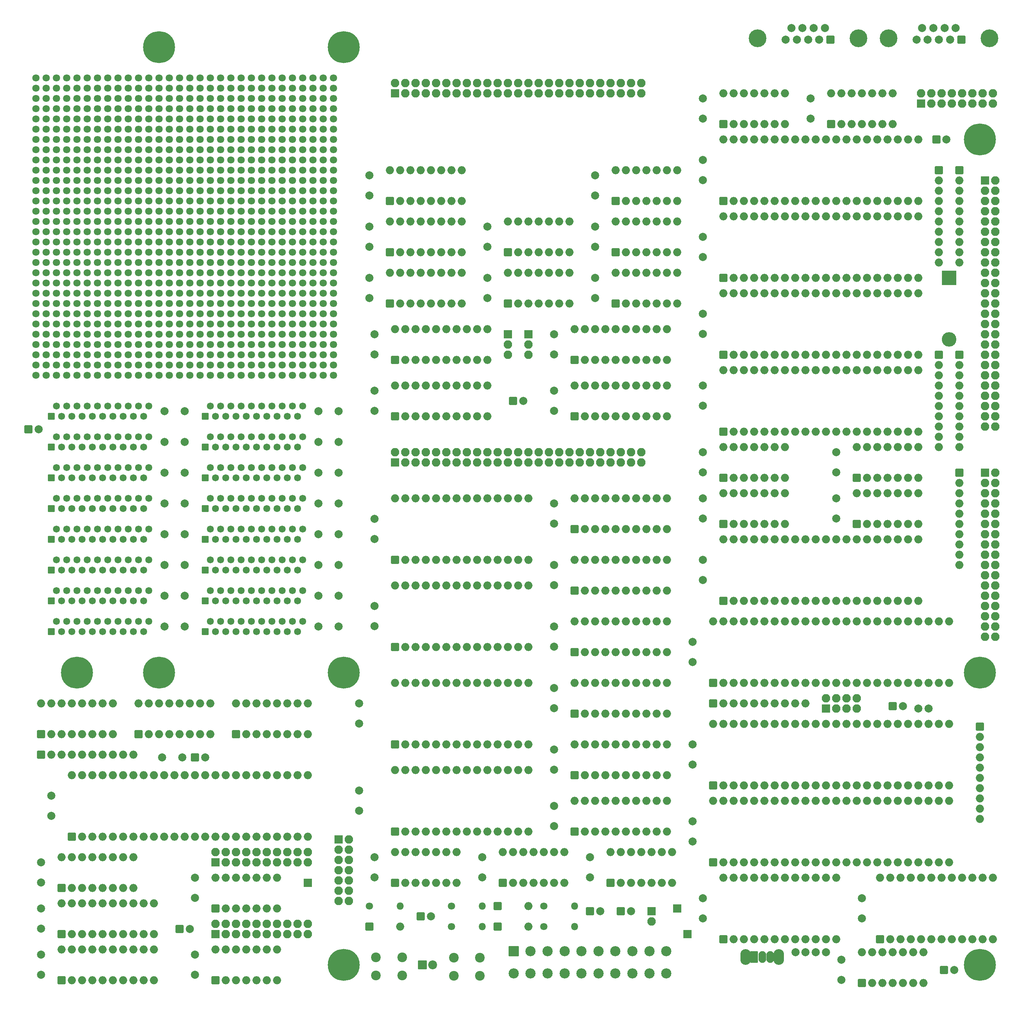
<source format=gbr>
%TF.GenerationSoftware,KiCad,Pcbnew,(6.0.11)*%
%TF.CreationDate,2024-06-16T13:35:34-04:00*%
%TF.ProjectId,NS32016-BC,4e533332-3031-4362-9d42-432e6b696361,rev?*%
%TF.SameCoordinates,Original*%
%TF.FileFunction,Soldermask,Top*%
%TF.FilePolarity,Negative*%
%FSLAX46Y46*%
G04 Gerber Fmt 4.6, Leading zero omitted, Abs format (unit mm)*
G04 Created by KiCad (PCBNEW (6.0.11)) date 2024-06-16 13:35:34*
%MOMM*%
%LPD*%
G01*
G04 APERTURE LIST*
G04 Aperture macros list*
%AMRoundRect*
0 Rectangle with rounded corners*
0 $1 Rounding radius*
0 $2 $3 $4 $5 $6 $7 $8 $9 X,Y pos of 4 corners*
0 Add a 4 corners polygon primitive as box body*
4,1,4,$2,$3,$4,$5,$6,$7,$8,$9,$2,$3,0*
0 Add four circle primitives for the rounded corners*
1,1,$1+$1,$2,$3*
1,1,$1+$1,$4,$5*
1,1,$1+$1,$6,$7*
1,1,$1+$1,$8,$9*
0 Add four rect primitives between the rounded corners*
20,1,$1+$1,$2,$3,$4,$5,0*
20,1,$1+$1,$4,$5,$6,$7,0*
20,1,$1+$1,$6,$7,$8,$9,0*
20,1,$1+$1,$8,$9,$2,$3,0*%
G04 Aperture macros list end*
%ADD10C,2.000000*%
%ADD11RoundRect,0.200000X-0.800000X-0.800000X0.800000X-0.800000X0.800000X0.800000X-0.800000X0.800000X0*%
%ADD12O,2.000000X2.000000*%
%ADD13RoundRect,0.200000X-1.600000X1.600000X-1.600000X-1.600000X1.600000X-1.600000X1.600000X1.600000X0*%
%ADD14O,3.600000X3.600000*%
%ADD15RoundRect,0.200000X-0.900000X-0.900000X0.900000X-0.900000X0.900000X0.900000X-0.900000X0.900000X0*%
%ADD16C,2.200000*%
%ADD17RoundRect,0.200000X-0.850000X-0.850000X0.850000X-0.850000X0.850000X0.850000X-0.850000X0.850000X0*%
%ADD18O,2.100000X2.100000*%
%ADD19RoundRect,0.200000X0.850000X-0.850000X0.850000X0.850000X-0.850000X0.850000X-0.850000X-0.850000X0*%
%ADD20RoundRect,0.200000X1.062990X1.062990X-1.062990X1.062990X-1.062990X-1.062990X1.062990X-1.062990X0*%
%ADD21C,2.525980*%
%ADD22C,1.800000*%
%ADD23O,1.800000X1.800000*%
%ADD24RoundRect,0.200000X0.800000X-0.800000X0.800000X0.800000X-0.800000X0.800000X-0.800000X-0.800000X0*%
%ADD25RoundRect,0.200000X-0.800000X0.800000X-0.800000X-0.800000X0.800000X-0.800000X0.800000X0.800000X0*%
%ADD26C,2.400000*%
%ADD27RoundRect,0.200000X-0.660400X-0.660400X0.660400X-0.660400X0.660400X0.660400X-0.660400X0.660400X0*%
%ADD28C,1.720800*%
%ADD29C,4.400000*%
%ADD30RoundRect,0.200000X0.800000X0.800000X-0.800000X0.800000X-0.800000X-0.800000X0.800000X-0.800000X0*%
%ADD31C,7.900000*%
%ADD32C,1.797000*%
%ADD33O,2.600000X3.900000*%
%ADD34RoundRect,0.200000X-0.750000X-1.250000X0.750000X-1.250000X0.750000X1.250000X-0.750000X1.250000X0*%
%ADD35O,1.900000X2.900000*%
G04 APERTURE END LIST*
D10*
%TO.C,C1*%
X344170000Y-304800000D03*
X346670000Y-304800000D03*
%TD*%
D11*
%TO.C,C2*%
X337820000Y-304165000D03*
D10*
X340320000Y-304165000D03*
%TD*%
D11*
%TO.C,C3*%
X262890000Y-354960000D03*
D10*
X265390000Y-354960000D03*
%TD*%
%TO.C,C4*%
X318770000Y-365125000D03*
X321270000Y-365125000D03*
%TD*%
%TO.C,C5*%
X316230000Y-365125000D03*
X313730000Y-365125000D03*
%TD*%
%TO.C,C8*%
X161925000Y-316865000D03*
X156925000Y-316865000D03*
%TD*%
D11*
%TO.C,C9*%
X165100000Y-316865000D03*
D10*
X167600000Y-316865000D03*
%TD*%
D11*
%TO.C,C100*%
X220980000Y-356230000D03*
D10*
X223480000Y-356230000D03*
%TD*%
D11*
%TO.C,C101*%
X270510000Y-354960000D03*
D10*
X273010000Y-354960000D03*
%TD*%
%TO.C,C102*%
X209550000Y-341630000D03*
X209550000Y-346630000D03*
%TD*%
%TO.C,C103*%
X236220000Y-341630000D03*
X236220000Y-346630000D03*
%TD*%
D11*
%TO.C,D1*%
X208280000Y-358770000D03*
D12*
X215900000Y-358770000D03*
%TD*%
D13*
%TO.C,D2*%
X351790000Y-198120000D03*
D14*
X351790000Y-213360000D03*
%TD*%
D11*
%TO.C,D100*%
X240030000Y-358770000D03*
D12*
X247650000Y-358770000D03*
%TD*%
D11*
%TO.C,D101*%
X240030000Y-353690000D03*
D12*
X247650000Y-353690000D03*
%TD*%
D15*
%TO.C,D102*%
X221410000Y-368300000D03*
D16*
X223950000Y-368300000D03*
%TD*%
D17*
%TO.C,P1*%
X360680000Y-173990000D03*
D18*
X363220000Y-173990000D03*
X360680000Y-176530000D03*
X363220000Y-176530000D03*
X360680000Y-179070000D03*
X363220000Y-179070000D03*
X360680000Y-181610000D03*
X363220000Y-181610000D03*
X360680000Y-184150000D03*
X363220000Y-184150000D03*
X360680000Y-186690000D03*
X363220000Y-186690000D03*
X360680000Y-189230000D03*
X363220000Y-189230000D03*
X360680000Y-191770000D03*
X363220000Y-191770000D03*
X360680000Y-194310000D03*
X363220000Y-194310000D03*
X360680000Y-196850000D03*
X363220000Y-196850000D03*
X360680000Y-199390000D03*
X363220000Y-199390000D03*
X360680000Y-201930000D03*
X363220000Y-201930000D03*
X360680000Y-204470000D03*
X363220000Y-204470000D03*
X360680000Y-207010000D03*
X363220000Y-207010000D03*
X360680000Y-209550000D03*
X363220000Y-209550000D03*
X360680000Y-212090000D03*
X363220000Y-212090000D03*
X360680000Y-214630000D03*
X363220000Y-214630000D03*
X360680000Y-217170000D03*
X363220000Y-217170000D03*
X360680000Y-219710000D03*
X363220000Y-219710000D03*
X360680000Y-222250000D03*
X363220000Y-222250000D03*
X360680000Y-224790000D03*
X363220000Y-224790000D03*
X360680000Y-227330000D03*
X363220000Y-227330000D03*
X360680000Y-229870000D03*
X363220000Y-229870000D03*
X360680000Y-232410000D03*
X363220000Y-232410000D03*
X360680000Y-234950000D03*
X363220000Y-234950000D03*
%TD*%
D17*
%TO.C,P2*%
X360680000Y-246380000D03*
D18*
X363220000Y-246380000D03*
X360680000Y-248920000D03*
X363220000Y-248920000D03*
X360680000Y-251460000D03*
X363220000Y-251460000D03*
X360680000Y-254000000D03*
X363220000Y-254000000D03*
X360680000Y-256540000D03*
X363220000Y-256540000D03*
X360680000Y-259080000D03*
X363220000Y-259080000D03*
X360680000Y-261620000D03*
X363220000Y-261620000D03*
X360680000Y-264160000D03*
X363220000Y-264160000D03*
X360680000Y-266700000D03*
X363220000Y-266700000D03*
X360680000Y-269240000D03*
X363220000Y-269240000D03*
X360680000Y-271780000D03*
X363220000Y-271780000D03*
X360680000Y-274320000D03*
X363220000Y-274320000D03*
X360680000Y-276860000D03*
X363220000Y-276860000D03*
X360680000Y-279400000D03*
X363220000Y-279400000D03*
X360680000Y-281940000D03*
X363220000Y-281940000D03*
X360680000Y-284480000D03*
X363220000Y-284480000D03*
X360680000Y-287020000D03*
X363220000Y-287020000D03*
%TD*%
D19*
%TO.C,P3*%
X170180000Y-360680000D03*
D18*
X170180000Y-358140000D03*
X172720000Y-360680000D03*
X172720000Y-358140000D03*
X175260000Y-360680000D03*
X175260000Y-358140000D03*
X177800000Y-360680000D03*
X177800000Y-358140000D03*
X180340000Y-360680000D03*
X180340000Y-358140000D03*
X182880000Y-360680000D03*
X182880000Y-358140000D03*
X185420000Y-360680000D03*
X185420000Y-358140000D03*
X187960000Y-360680000D03*
X187960000Y-358140000D03*
X190500000Y-360680000D03*
X190500000Y-358140000D03*
X193040000Y-360680000D03*
X193040000Y-358140000D03*
%TD*%
D19*
%TO.C,P4*%
X170180000Y-342900000D03*
D18*
X170180000Y-340360000D03*
X172720000Y-342900000D03*
X172720000Y-340360000D03*
X175260000Y-342900000D03*
X175260000Y-340360000D03*
X177800000Y-342900000D03*
X177800000Y-340360000D03*
X180340000Y-342900000D03*
X180340000Y-340360000D03*
X182880000Y-342900000D03*
X182880000Y-340360000D03*
X185420000Y-342900000D03*
X185420000Y-340360000D03*
X187960000Y-342900000D03*
X187960000Y-340360000D03*
X190500000Y-342900000D03*
X190500000Y-340360000D03*
X193040000Y-342900000D03*
X193040000Y-340360000D03*
%TD*%
D17*
%TO.C,P6*%
X193040000Y-347980000D03*
%TD*%
%TO.C,P100*%
X278130000Y-354960000D03*
D18*
X278130000Y-357500000D03*
%TD*%
D20*
%TO.C,P101*%
X243989860Y-364914180D03*
D21*
X243989860Y-370415820D03*
X248191020Y-364914180D03*
X248191020Y-370415820D03*
X252389640Y-364914180D03*
X252389640Y-370415820D03*
X256590800Y-364914180D03*
X256590800Y-370415820D03*
X260789420Y-364914180D03*
X260789420Y-370415820D03*
X264990580Y-364914180D03*
X264990580Y-370415820D03*
X269189200Y-364914180D03*
X269189200Y-370415820D03*
X273390360Y-364914180D03*
X273390360Y-370415820D03*
X277588980Y-364914180D03*
X277588980Y-370415820D03*
X281790140Y-364914180D03*
X281790140Y-370415820D03*
%TD*%
D22*
%TO.C,R1*%
X208280000Y-353690000D03*
D23*
X215900000Y-353690000D03*
%TD*%
D22*
%TO.C,R100*%
X228600000Y-353690000D03*
D23*
X236220000Y-353690000D03*
%TD*%
D22*
%TO.C,R101*%
X251460000Y-353690000D03*
D23*
X259080000Y-353690000D03*
%TD*%
D22*
%TO.C,R102*%
X251460000Y-358770000D03*
D23*
X259080000Y-358770000D03*
%TD*%
D22*
%TO.C,R103*%
X228600000Y-358770000D03*
D23*
X236220000Y-358770000D03*
%TD*%
D24*
%TO.C,RP1*%
X127000000Y-311150000D03*
D12*
X129540000Y-311150000D03*
X132080000Y-311150000D03*
X134620000Y-311150000D03*
X137160000Y-311150000D03*
X139700000Y-311150000D03*
X142240000Y-311150000D03*
X144780000Y-311150000D03*
X144780000Y-303530000D03*
X142240000Y-303530000D03*
X139700000Y-303530000D03*
X137160000Y-303530000D03*
X134620000Y-303530000D03*
X132080000Y-303530000D03*
X129540000Y-303530000D03*
X127000000Y-303530000D03*
%TD*%
D24*
%TO.C,RP2*%
X151130000Y-311150000D03*
D12*
X153670000Y-311150000D03*
X156210000Y-311150000D03*
X158750000Y-311150000D03*
X161290000Y-311150000D03*
X163830000Y-311150000D03*
X166370000Y-311150000D03*
X168910000Y-311150000D03*
X168910000Y-303530000D03*
X166370000Y-303530000D03*
X163830000Y-303530000D03*
X161290000Y-303530000D03*
X158750000Y-303530000D03*
X156210000Y-303530000D03*
X153670000Y-303530000D03*
X151130000Y-303530000D03*
%TD*%
D24*
%TO.C,RP3*%
X175260000Y-311150000D03*
D12*
X177800000Y-311150000D03*
X180340000Y-311150000D03*
X182880000Y-311150000D03*
X185420000Y-311150000D03*
X187960000Y-311150000D03*
X190500000Y-311150000D03*
X193040000Y-311150000D03*
X193040000Y-303530000D03*
X190500000Y-303530000D03*
X187960000Y-303530000D03*
X185420000Y-303530000D03*
X182880000Y-303530000D03*
X180340000Y-303530000D03*
X177800000Y-303530000D03*
X175260000Y-303530000D03*
%TD*%
D25*
%TO.C,RR1*%
X354330000Y-171450000D03*
D12*
X354330000Y-173990000D03*
X354330000Y-176530000D03*
X354330000Y-179070000D03*
X354330000Y-181610000D03*
X354330000Y-184150000D03*
X354330000Y-186690000D03*
X354330000Y-189230000D03*
X354330000Y-191770000D03*
X354330000Y-194310000D03*
%TD*%
D25*
%TO.C,RR2*%
X354330000Y-217170000D03*
D12*
X354330000Y-219710000D03*
X354330000Y-222250000D03*
X354330000Y-224790000D03*
X354330000Y-227330000D03*
X354330000Y-229870000D03*
X354330000Y-232410000D03*
X354330000Y-234950000D03*
X354330000Y-237490000D03*
X354330000Y-240030000D03*
%TD*%
D25*
%TO.C,RR3*%
X349250000Y-171450000D03*
D12*
X349250000Y-173990000D03*
X349250000Y-176530000D03*
X349250000Y-179070000D03*
X349250000Y-181610000D03*
X349250000Y-184150000D03*
X349250000Y-186690000D03*
X349250000Y-189230000D03*
X349250000Y-191770000D03*
X349250000Y-194310000D03*
%TD*%
D25*
%TO.C,RR4*%
X349250000Y-217170000D03*
D12*
X349250000Y-219710000D03*
X349250000Y-222250000D03*
X349250000Y-224790000D03*
X349250000Y-227330000D03*
X349250000Y-229870000D03*
X349250000Y-232410000D03*
X349250000Y-234950000D03*
X349250000Y-237490000D03*
X349250000Y-240030000D03*
%TD*%
D11*
%TO.C,RR8*%
X293370000Y-303530000D03*
D12*
X295910000Y-303530000D03*
X298450000Y-303530000D03*
X300990000Y-303530000D03*
X303530000Y-303530000D03*
X306070000Y-303530000D03*
X308610000Y-303530000D03*
X311150000Y-303530000D03*
X313690000Y-303530000D03*
X316230000Y-303530000D03*
%TD*%
D11*
%TO.C,RR7*%
X127000000Y-316230000D03*
D12*
X129540000Y-316230000D03*
X132080000Y-316230000D03*
X134620000Y-316230000D03*
X137160000Y-316230000D03*
X139700000Y-316230000D03*
X142240000Y-316230000D03*
X144780000Y-316230000D03*
X147320000Y-316230000D03*
X149860000Y-316230000D03*
%TD*%
D26*
%TO.C,SW1*%
X209860000Y-366395000D03*
X216360000Y-366395000D03*
X209860000Y-370895000D03*
X216360000Y-370895000D03*
%TD*%
%TO.C,SW100*%
X229160000Y-366510000D03*
X235660000Y-366510000D03*
X229160000Y-371010000D03*
X235660000Y-371010000D03*
%TD*%
D24*
%TO.C,U1*%
X293370000Y-323850000D03*
D12*
X295910000Y-323850000D03*
X298450000Y-323850000D03*
X300990000Y-323850000D03*
X303530000Y-323850000D03*
X306070000Y-323850000D03*
X308610000Y-323850000D03*
X311150000Y-323850000D03*
X313690000Y-323850000D03*
X316230000Y-323850000D03*
X318770000Y-323850000D03*
X321310000Y-323850000D03*
X323850000Y-323850000D03*
X326390000Y-323850000D03*
X328930000Y-323850000D03*
X331470000Y-323850000D03*
X334010000Y-323850000D03*
X336550000Y-323850000D03*
X339090000Y-323850000D03*
X341630000Y-323850000D03*
X344170000Y-323850000D03*
X346710000Y-323850000D03*
X349250000Y-323850000D03*
X351790000Y-323850000D03*
X351790000Y-308610000D03*
X349250000Y-308610000D03*
X346710000Y-308610000D03*
X344170000Y-308610000D03*
X341630000Y-308610000D03*
X339090000Y-308610000D03*
X336550000Y-308610000D03*
X334010000Y-308610000D03*
X331470000Y-308610000D03*
X328930000Y-308610000D03*
X326390000Y-308610000D03*
X323850000Y-308610000D03*
X321310000Y-308610000D03*
X318770000Y-308610000D03*
X316230000Y-308610000D03*
X313690000Y-308610000D03*
X311150000Y-308610000D03*
X308610000Y-308610000D03*
X306070000Y-308610000D03*
X303530000Y-308610000D03*
X300990000Y-308610000D03*
X298450000Y-308610000D03*
X295910000Y-308610000D03*
X293370000Y-308610000D03*
%TD*%
D24*
%TO.C,U2*%
X293370000Y-342900000D03*
D12*
X295910000Y-342900000D03*
X298450000Y-342900000D03*
X300990000Y-342900000D03*
X303530000Y-342900000D03*
X306070000Y-342900000D03*
X308610000Y-342900000D03*
X311150000Y-342900000D03*
X313690000Y-342900000D03*
X316230000Y-342900000D03*
X318770000Y-342900000D03*
X321310000Y-342900000D03*
X323850000Y-342900000D03*
X326390000Y-342900000D03*
X328930000Y-342900000D03*
X331470000Y-342900000D03*
X334010000Y-342900000D03*
X336550000Y-342900000D03*
X339090000Y-342900000D03*
X341630000Y-342900000D03*
X344170000Y-342900000D03*
X346710000Y-342900000D03*
X349250000Y-342900000D03*
X351790000Y-342900000D03*
X351790000Y-327660000D03*
X349250000Y-327660000D03*
X346710000Y-327660000D03*
X344170000Y-327660000D03*
X341630000Y-327660000D03*
X339090000Y-327660000D03*
X336550000Y-327660000D03*
X334010000Y-327660000D03*
X331470000Y-327660000D03*
X328930000Y-327660000D03*
X326390000Y-327660000D03*
X323850000Y-327660000D03*
X321310000Y-327660000D03*
X318770000Y-327660000D03*
X316230000Y-327660000D03*
X313690000Y-327660000D03*
X311150000Y-327660000D03*
X308610000Y-327660000D03*
X306070000Y-327660000D03*
X303530000Y-327660000D03*
X300990000Y-327660000D03*
X298450000Y-327660000D03*
X295910000Y-327660000D03*
X293370000Y-327660000D03*
%TD*%
D24*
%TO.C,U3*%
X334640000Y-361950000D03*
D12*
X337180000Y-361950000D03*
X339720000Y-361950000D03*
X342260000Y-361950000D03*
X344800000Y-361950000D03*
X347340000Y-361950000D03*
X349880000Y-361950000D03*
X352420000Y-361950000D03*
X354960000Y-361950000D03*
X357500000Y-361950000D03*
X360040000Y-361950000D03*
X362580000Y-361950000D03*
X362580000Y-346710000D03*
X360040000Y-346710000D03*
X357500000Y-346710000D03*
X354960000Y-346710000D03*
X352420000Y-346710000D03*
X349880000Y-346710000D03*
X347340000Y-346710000D03*
X344800000Y-346710000D03*
X342260000Y-346710000D03*
X339720000Y-346710000D03*
X337180000Y-346710000D03*
X334640000Y-346710000D03*
%TD*%
D24*
%TO.C,U4*%
X295910000Y-278130000D03*
D12*
X298450000Y-278130000D03*
X300990000Y-278130000D03*
X303530000Y-278130000D03*
X306070000Y-278130000D03*
X308610000Y-278130000D03*
X311150000Y-278130000D03*
X313690000Y-278130000D03*
X316230000Y-278130000D03*
X318770000Y-278130000D03*
X321310000Y-278130000D03*
X323850000Y-278130000D03*
X326390000Y-278130000D03*
X328930000Y-278130000D03*
X331470000Y-278130000D03*
X334010000Y-278130000D03*
X336550000Y-278130000D03*
X339090000Y-278130000D03*
X341630000Y-278130000D03*
X344170000Y-278130000D03*
X344170000Y-262890000D03*
X341630000Y-262890000D03*
X339090000Y-262890000D03*
X336550000Y-262890000D03*
X334010000Y-262890000D03*
X331470000Y-262890000D03*
X328930000Y-262890000D03*
X326390000Y-262890000D03*
X323850000Y-262890000D03*
X321310000Y-262890000D03*
X318770000Y-262890000D03*
X316230000Y-262890000D03*
X313690000Y-262890000D03*
X311150000Y-262890000D03*
X308610000Y-262890000D03*
X306070000Y-262890000D03*
X303530000Y-262890000D03*
X300990000Y-262890000D03*
X298450000Y-262890000D03*
X295910000Y-262890000D03*
%TD*%
D24*
%TO.C,U5*%
X295910000Y-361950000D03*
D12*
X298450000Y-361950000D03*
X300990000Y-361950000D03*
X303530000Y-361950000D03*
X306070000Y-361950000D03*
X308610000Y-361950000D03*
X311150000Y-361950000D03*
X313690000Y-361950000D03*
X316230000Y-361950000D03*
X318770000Y-361950000D03*
X321310000Y-361950000D03*
X323850000Y-361950000D03*
X323850000Y-346710000D03*
X321310000Y-346710000D03*
X318770000Y-346710000D03*
X316230000Y-346710000D03*
X313690000Y-346710000D03*
X311150000Y-346710000D03*
X308610000Y-346710000D03*
X306070000Y-346710000D03*
X303530000Y-346710000D03*
X300990000Y-346710000D03*
X298450000Y-346710000D03*
X295910000Y-346710000D03*
%TD*%
D24*
%TO.C,U6*%
X214630000Y-335280000D03*
D12*
X217170000Y-335280000D03*
X219710000Y-335280000D03*
X222250000Y-335280000D03*
X224790000Y-335280000D03*
X227330000Y-335280000D03*
X229870000Y-335280000D03*
X232410000Y-335280000D03*
X234950000Y-335280000D03*
X237490000Y-335280000D03*
X240030000Y-335280000D03*
X242570000Y-335280000D03*
X245110000Y-335280000D03*
X247650000Y-335280000D03*
X247650000Y-320040000D03*
X245110000Y-320040000D03*
X242570000Y-320040000D03*
X240030000Y-320040000D03*
X237490000Y-320040000D03*
X234950000Y-320040000D03*
X232410000Y-320040000D03*
X229870000Y-320040000D03*
X227330000Y-320040000D03*
X224790000Y-320040000D03*
X222250000Y-320040000D03*
X219710000Y-320040000D03*
X217170000Y-320040000D03*
X214630000Y-320040000D03*
%TD*%
D24*
%TO.C,U7*%
X214630000Y-313690000D03*
D12*
X217170000Y-313690000D03*
X219710000Y-313690000D03*
X222250000Y-313690000D03*
X224790000Y-313690000D03*
X227330000Y-313690000D03*
X229870000Y-313690000D03*
X232410000Y-313690000D03*
X234950000Y-313690000D03*
X237490000Y-313690000D03*
X240030000Y-313690000D03*
X242570000Y-313690000D03*
X245110000Y-313690000D03*
X247650000Y-313690000D03*
X247650000Y-298450000D03*
X245110000Y-298450000D03*
X242570000Y-298450000D03*
X240030000Y-298450000D03*
X237490000Y-298450000D03*
X234950000Y-298450000D03*
X232410000Y-298450000D03*
X229870000Y-298450000D03*
X227330000Y-298450000D03*
X224790000Y-298450000D03*
X222250000Y-298450000D03*
X219710000Y-298450000D03*
X217170000Y-298450000D03*
X214630000Y-298450000D03*
%TD*%
D24*
%TO.C,U8*%
X214630000Y-289560000D03*
D12*
X217170000Y-289560000D03*
X219710000Y-289560000D03*
X222250000Y-289560000D03*
X224790000Y-289560000D03*
X227330000Y-289560000D03*
X229870000Y-289560000D03*
X232410000Y-289560000D03*
X234950000Y-289560000D03*
X237490000Y-289560000D03*
X240030000Y-289560000D03*
X242570000Y-289560000D03*
X245110000Y-289560000D03*
X247650000Y-289560000D03*
X247650000Y-274320000D03*
X245110000Y-274320000D03*
X242570000Y-274320000D03*
X240030000Y-274320000D03*
X237490000Y-274320000D03*
X234950000Y-274320000D03*
X232410000Y-274320000D03*
X229870000Y-274320000D03*
X227330000Y-274320000D03*
X224790000Y-274320000D03*
X222250000Y-274320000D03*
X219710000Y-274320000D03*
X217170000Y-274320000D03*
X214630000Y-274320000D03*
%TD*%
D24*
%TO.C,U9*%
X214630000Y-267970000D03*
D12*
X217170000Y-267970000D03*
X219710000Y-267970000D03*
X222250000Y-267970000D03*
X224790000Y-267970000D03*
X227330000Y-267970000D03*
X229870000Y-267970000D03*
X232410000Y-267970000D03*
X234950000Y-267970000D03*
X237490000Y-267970000D03*
X240030000Y-267970000D03*
X242570000Y-267970000D03*
X245110000Y-267970000D03*
X247650000Y-267970000D03*
X247650000Y-252730000D03*
X245110000Y-252730000D03*
X242570000Y-252730000D03*
X240030000Y-252730000D03*
X237490000Y-252730000D03*
X234950000Y-252730000D03*
X232410000Y-252730000D03*
X229870000Y-252730000D03*
X227330000Y-252730000D03*
X224790000Y-252730000D03*
X222250000Y-252730000D03*
X219710000Y-252730000D03*
X217170000Y-252730000D03*
X214630000Y-252730000D03*
%TD*%
D24*
%TO.C,U10*%
X259080000Y-335280000D03*
D12*
X261620000Y-335280000D03*
X264160000Y-335280000D03*
X266700000Y-335280000D03*
X269240000Y-335280000D03*
X271780000Y-335280000D03*
X274320000Y-335280000D03*
X276860000Y-335280000D03*
X279400000Y-335280000D03*
X281940000Y-335280000D03*
X281940000Y-327660000D03*
X279400000Y-327660000D03*
X276860000Y-327660000D03*
X274320000Y-327660000D03*
X271780000Y-327660000D03*
X269240000Y-327660000D03*
X266700000Y-327660000D03*
X264160000Y-327660000D03*
X261620000Y-327660000D03*
X259080000Y-327660000D03*
%TD*%
D24*
%TO.C,U11*%
X259080000Y-321310000D03*
D12*
X261620000Y-321310000D03*
X264160000Y-321310000D03*
X266700000Y-321310000D03*
X269240000Y-321310000D03*
X271780000Y-321310000D03*
X274320000Y-321310000D03*
X276860000Y-321310000D03*
X279400000Y-321310000D03*
X281940000Y-321310000D03*
X281940000Y-313690000D03*
X279400000Y-313690000D03*
X276860000Y-313690000D03*
X274320000Y-313690000D03*
X271780000Y-313690000D03*
X269240000Y-313690000D03*
X266700000Y-313690000D03*
X264160000Y-313690000D03*
X261620000Y-313690000D03*
X259080000Y-313690000D03*
%TD*%
D24*
%TO.C,U12*%
X259080000Y-306070000D03*
D12*
X261620000Y-306070000D03*
X264160000Y-306070000D03*
X266700000Y-306070000D03*
X269240000Y-306070000D03*
X271780000Y-306070000D03*
X274320000Y-306070000D03*
X276860000Y-306070000D03*
X279400000Y-306070000D03*
X281940000Y-306070000D03*
X281940000Y-298450000D03*
X279400000Y-298450000D03*
X276860000Y-298450000D03*
X274320000Y-298450000D03*
X271780000Y-298450000D03*
X269240000Y-298450000D03*
X266700000Y-298450000D03*
X264160000Y-298450000D03*
X261620000Y-298450000D03*
X259080000Y-298450000D03*
%TD*%
D24*
%TO.C,U13*%
X259080000Y-290830000D03*
D12*
X261620000Y-290830000D03*
X264160000Y-290830000D03*
X266700000Y-290830000D03*
X269240000Y-290830000D03*
X271780000Y-290830000D03*
X274320000Y-290830000D03*
X276860000Y-290830000D03*
X279400000Y-290830000D03*
X281940000Y-290830000D03*
X281940000Y-283210000D03*
X279400000Y-283210000D03*
X276860000Y-283210000D03*
X274320000Y-283210000D03*
X271780000Y-283210000D03*
X269240000Y-283210000D03*
X266700000Y-283210000D03*
X264160000Y-283210000D03*
X261620000Y-283210000D03*
X259080000Y-283210000D03*
%TD*%
D24*
%TO.C,U14*%
X259080000Y-275590000D03*
D12*
X261620000Y-275590000D03*
X264160000Y-275590000D03*
X266700000Y-275590000D03*
X269240000Y-275590000D03*
X271780000Y-275590000D03*
X274320000Y-275590000D03*
X276860000Y-275590000D03*
X279400000Y-275590000D03*
X281940000Y-275590000D03*
X281940000Y-267970000D03*
X279400000Y-267970000D03*
X276860000Y-267970000D03*
X274320000Y-267970000D03*
X271780000Y-267970000D03*
X269240000Y-267970000D03*
X266700000Y-267970000D03*
X264160000Y-267970000D03*
X261620000Y-267970000D03*
X259080000Y-267970000D03*
%TD*%
D24*
%TO.C,U15*%
X259080000Y-260350000D03*
D12*
X261620000Y-260350000D03*
X264160000Y-260350000D03*
X266700000Y-260350000D03*
X269240000Y-260350000D03*
X271780000Y-260350000D03*
X274320000Y-260350000D03*
X276860000Y-260350000D03*
X279400000Y-260350000D03*
X281940000Y-260350000D03*
X281940000Y-252730000D03*
X279400000Y-252730000D03*
X276860000Y-252730000D03*
X274320000Y-252730000D03*
X271780000Y-252730000D03*
X269240000Y-252730000D03*
X266700000Y-252730000D03*
X264160000Y-252730000D03*
X261620000Y-252730000D03*
X259080000Y-252730000D03*
%TD*%
D24*
%TO.C,U16*%
X259080000Y-232410000D03*
D12*
X261620000Y-232410000D03*
X264160000Y-232410000D03*
X266700000Y-232410000D03*
X269240000Y-232410000D03*
X271780000Y-232410000D03*
X274320000Y-232410000D03*
X276860000Y-232410000D03*
X279400000Y-232410000D03*
X281940000Y-232410000D03*
X281940000Y-224790000D03*
X279400000Y-224790000D03*
X276860000Y-224790000D03*
X274320000Y-224790000D03*
X271780000Y-224790000D03*
X269240000Y-224790000D03*
X266700000Y-224790000D03*
X264160000Y-224790000D03*
X261620000Y-224790000D03*
X259080000Y-224790000D03*
%TD*%
D24*
%TO.C,U17*%
X295910000Y-198120000D03*
D12*
X298450000Y-198120000D03*
X300990000Y-198120000D03*
X303530000Y-198120000D03*
X306070000Y-198120000D03*
X308610000Y-198120000D03*
X311150000Y-198120000D03*
X313690000Y-198120000D03*
X316230000Y-198120000D03*
X318770000Y-198120000D03*
X321310000Y-198120000D03*
X323850000Y-198120000D03*
X326390000Y-198120000D03*
X328930000Y-198120000D03*
X331470000Y-198120000D03*
X334010000Y-198120000D03*
X336550000Y-198120000D03*
X339090000Y-198120000D03*
X341630000Y-198120000D03*
X344170000Y-198120000D03*
X344170000Y-182880000D03*
X341630000Y-182880000D03*
X339090000Y-182880000D03*
X336550000Y-182880000D03*
X334010000Y-182880000D03*
X331470000Y-182880000D03*
X328930000Y-182880000D03*
X326390000Y-182880000D03*
X323850000Y-182880000D03*
X321310000Y-182880000D03*
X318770000Y-182880000D03*
X316230000Y-182880000D03*
X313690000Y-182880000D03*
X311150000Y-182880000D03*
X308610000Y-182880000D03*
X306070000Y-182880000D03*
X303530000Y-182880000D03*
X300990000Y-182880000D03*
X298450000Y-182880000D03*
X295910000Y-182880000D03*
%TD*%
D24*
%TO.C,U18*%
X295910000Y-179070000D03*
D12*
X298450000Y-179070000D03*
X300990000Y-179070000D03*
X303530000Y-179070000D03*
X306070000Y-179070000D03*
X308610000Y-179070000D03*
X311150000Y-179070000D03*
X313690000Y-179070000D03*
X316230000Y-179070000D03*
X318770000Y-179070000D03*
X321310000Y-179070000D03*
X323850000Y-179070000D03*
X326390000Y-179070000D03*
X328930000Y-179070000D03*
X331470000Y-179070000D03*
X334010000Y-179070000D03*
X336550000Y-179070000D03*
X339090000Y-179070000D03*
X341630000Y-179070000D03*
X344170000Y-179070000D03*
X344170000Y-163830000D03*
X341630000Y-163830000D03*
X339090000Y-163830000D03*
X336550000Y-163830000D03*
X334010000Y-163830000D03*
X331470000Y-163830000D03*
X328930000Y-163830000D03*
X326390000Y-163830000D03*
X323850000Y-163830000D03*
X321310000Y-163830000D03*
X318770000Y-163830000D03*
X316230000Y-163830000D03*
X313690000Y-163830000D03*
X311150000Y-163830000D03*
X308610000Y-163830000D03*
X306070000Y-163830000D03*
X303530000Y-163830000D03*
X300990000Y-163830000D03*
X298450000Y-163830000D03*
X295910000Y-163830000D03*
%TD*%
D24*
%TO.C,U19*%
X295910000Y-160020000D03*
D12*
X298450000Y-160020000D03*
X300990000Y-160020000D03*
X303530000Y-160020000D03*
X306070000Y-160020000D03*
X308610000Y-160020000D03*
X311150000Y-160020000D03*
X311150000Y-152400000D03*
X308610000Y-152400000D03*
X306070000Y-152400000D03*
X303530000Y-152400000D03*
X300990000Y-152400000D03*
X298450000Y-152400000D03*
X295910000Y-152400000D03*
%TD*%
D24*
%TO.C,U20*%
X322580000Y-160020000D03*
D12*
X325120000Y-160020000D03*
X327660000Y-160020000D03*
X330200000Y-160020000D03*
X332740000Y-160020000D03*
X335280000Y-160020000D03*
X337820000Y-160020000D03*
X337820000Y-152400000D03*
X335280000Y-152400000D03*
X332740000Y-152400000D03*
X330200000Y-152400000D03*
X327660000Y-152400000D03*
X325120000Y-152400000D03*
X322580000Y-152400000D03*
%TD*%
D24*
%TO.C,U32*%
X295910000Y-217170000D03*
D12*
X298450000Y-217170000D03*
X300990000Y-217170000D03*
X303530000Y-217170000D03*
X306070000Y-217170000D03*
X308610000Y-217170000D03*
X311150000Y-217170000D03*
X313690000Y-217170000D03*
X316230000Y-217170000D03*
X318770000Y-217170000D03*
X321310000Y-217170000D03*
X323850000Y-217170000D03*
X326390000Y-217170000D03*
X328930000Y-217170000D03*
X331470000Y-217170000D03*
X334010000Y-217170000D03*
X336550000Y-217170000D03*
X339090000Y-217170000D03*
X341630000Y-217170000D03*
X344170000Y-217170000D03*
X344170000Y-201930000D03*
X341630000Y-201930000D03*
X339090000Y-201930000D03*
X336550000Y-201930000D03*
X334010000Y-201930000D03*
X331470000Y-201930000D03*
X328930000Y-201930000D03*
X326390000Y-201930000D03*
X323850000Y-201930000D03*
X321310000Y-201930000D03*
X318770000Y-201930000D03*
X316230000Y-201930000D03*
X313690000Y-201930000D03*
X311150000Y-201930000D03*
X308610000Y-201930000D03*
X306070000Y-201930000D03*
X303530000Y-201930000D03*
X300990000Y-201930000D03*
X298450000Y-201930000D03*
X295910000Y-201930000D03*
%TD*%
D24*
%TO.C,U33*%
X293370000Y-298450000D03*
D12*
X295910000Y-298450000D03*
X298450000Y-298450000D03*
X300990000Y-298450000D03*
X303530000Y-298450000D03*
X306070000Y-298450000D03*
X308610000Y-298450000D03*
X311150000Y-298450000D03*
X313690000Y-298450000D03*
X316230000Y-298450000D03*
X318770000Y-298450000D03*
X321310000Y-298450000D03*
X323850000Y-298450000D03*
X326390000Y-298450000D03*
X328930000Y-298450000D03*
X331470000Y-298450000D03*
X334010000Y-298450000D03*
X336550000Y-298450000D03*
X339090000Y-298450000D03*
X341630000Y-298450000D03*
X344170000Y-298450000D03*
X346710000Y-298450000D03*
X349250000Y-298450000D03*
X351790000Y-298450000D03*
X351790000Y-283210000D03*
X349250000Y-283210000D03*
X346710000Y-283210000D03*
X344170000Y-283210000D03*
X341630000Y-283210000D03*
X339090000Y-283210000D03*
X336550000Y-283210000D03*
X334010000Y-283210000D03*
X331470000Y-283210000D03*
X328930000Y-283210000D03*
X326390000Y-283210000D03*
X323850000Y-283210000D03*
X321310000Y-283210000D03*
X318770000Y-283210000D03*
X316230000Y-283210000D03*
X313690000Y-283210000D03*
X311150000Y-283210000D03*
X308610000Y-283210000D03*
X306070000Y-283210000D03*
X303530000Y-283210000D03*
X300990000Y-283210000D03*
X298450000Y-283210000D03*
X295910000Y-283210000D03*
X293370000Y-283210000D03*
%TD*%
D24*
%TO.C,U34*%
X134620000Y-336550000D03*
D12*
X137160000Y-336550000D03*
X139700000Y-336550000D03*
X142240000Y-336550000D03*
X144780000Y-336550000D03*
X147320000Y-336550000D03*
X149860000Y-336550000D03*
X152400000Y-336550000D03*
X154940000Y-336550000D03*
X157480000Y-336550000D03*
X160020000Y-336550000D03*
X162560000Y-336550000D03*
X165100000Y-336550000D03*
X167640000Y-336550000D03*
X170180000Y-336550000D03*
X172720000Y-336550000D03*
X175260000Y-336550000D03*
X177800000Y-336550000D03*
X180340000Y-336550000D03*
X182880000Y-336550000D03*
X185420000Y-336550000D03*
X187960000Y-336550000D03*
X190500000Y-336550000D03*
X193040000Y-336550000D03*
X193040000Y-321310000D03*
X190500000Y-321310000D03*
X187960000Y-321310000D03*
X185420000Y-321310000D03*
X182880000Y-321310000D03*
X180340000Y-321310000D03*
X177800000Y-321310000D03*
X175260000Y-321310000D03*
X172720000Y-321310000D03*
X170180000Y-321310000D03*
X167640000Y-321310000D03*
X165100000Y-321310000D03*
X162560000Y-321310000D03*
X160020000Y-321310000D03*
X157480000Y-321310000D03*
X154940000Y-321310000D03*
X152400000Y-321310000D03*
X149860000Y-321310000D03*
X147320000Y-321310000D03*
X144780000Y-321310000D03*
X142240000Y-321310000D03*
X139700000Y-321310000D03*
X137160000Y-321310000D03*
X134620000Y-321310000D03*
%TD*%
D24*
%TO.C,U35*%
X170180000Y-372110000D03*
D12*
X172720000Y-372110000D03*
X175260000Y-372110000D03*
X177800000Y-372110000D03*
X180340000Y-372110000D03*
X182880000Y-372110000D03*
X185420000Y-372110000D03*
X185420000Y-364490000D03*
X182880000Y-364490000D03*
X180340000Y-364490000D03*
X177800000Y-364490000D03*
X175260000Y-364490000D03*
X172720000Y-364490000D03*
X170180000Y-364490000D03*
%TD*%
D24*
%TO.C,U36*%
X170180000Y-354330000D03*
D12*
X172720000Y-354330000D03*
X175260000Y-354330000D03*
X177800000Y-354330000D03*
X180340000Y-354330000D03*
X182880000Y-354330000D03*
X185420000Y-354330000D03*
X185420000Y-346710000D03*
X182880000Y-346710000D03*
X180340000Y-346710000D03*
X177800000Y-346710000D03*
X175260000Y-346710000D03*
X172720000Y-346710000D03*
X170180000Y-346710000D03*
%TD*%
D24*
%TO.C,U37*%
X132080000Y-372110000D03*
D12*
X134620000Y-372110000D03*
X137160000Y-372110000D03*
X139700000Y-372110000D03*
X142240000Y-372110000D03*
X144780000Y-372110000D03*
X147320000Y-372110000D03*
X149860000Y-372110000D03*
X152400000Y-372110000D03*
X154940000Y-372110000D03*
X154940000Y-364490000D03*
X152400000Y-364490000D03*
X149860000Y-364490000D03*
X147320000Y-364490000D03*
X144780000Y-364490000D03*
X142240000Y-364490000D03*
X139700000Y-364490000D03*
X137160000Y-364490000D03*
X134620000Y-364490000D03*
X132080000Y-364490000D03*
%TD*%
D24*
%TO.C,U38*%
X132080000Y-360680000D03*
D12*
X134620000Y-360680000D03*
X137160000Y-360680000D03*
X139700000Y-360680000D03*
X142240000Y-360680000D03*
X144780000Y-360680000D03*
X147320000Y-360680000D03*
X149860000Y-360680000D03*
X152400000Y-360680000D03*
X154940000Y-360680000D03*
X154940000Y-353060000D03*
X152400000Y-353060000D03*
X149860000Y-353060000D03*
X147320000Y-353060000D03*
X144780000Y-353060000D03*
X142240000Y-353060000D03*
X139700000Y-353060000D03*
X137160000Y-353060000D03*
X134620000Y-353060000D03*
X132080000Y-353060000D03*
%TD*%
D24*
%TO.C,U39*%
X132080000Y-349250000D03*
D12*
X134620000Y-349250000D03*
X137160000Y-349250000D03*
X139700000Y-349250000D03*
X142240000Y-349250000D03*
X144780000Y-349250000D03*
X147320000Y-349250000D03*
X149860000Y-349250000D03*
X149860000Y-341630000D03*
X147320000Y-341630000D03*
X144780000Y-341630000D03*
X142240000Y-341630000D03*
X139700000Y-341630000D03*
X137160000Y-341630000D03*
X134620000Y-341630000D03*
X132080000Y-341630000D03*
%TD*%
D24*
%TO.C,U40*%
X214630000Y-232410000D03*
D12*
X217170000Y-232410000D03*
X219710000Y-232410000D03*
X222250000Y-232410000D03*
X224790000Y-232410000D03*
X227330000Y-232410000D03*
X229870000Y-232410000D03*
X232410000Y-232410000D03*
X234950000Y-232410000D03*
X237490000Y-232410000D03*
X237490000Y-224790000D03*
X234950000Y-224790000D03*
X232410000Y-224790000D03*
X229870000Y-224790000D03*
X227330000Y-224790000D03*
X224790000Y-224790000D03*
X222250000Y-224790000D03*
X219710000Y-224790000D03*
X217170000Y-224790000D03*
X214630000Y-224790000D03*
%TD*%
D27*
%TO.C,U41*%
X129540000Y-285750000D03*
D28*
X130810000Y-283210000D03*
X132080000Y-285750000D03*
X133350000Y-283210000D03*
X134620000Y-285750000D03*
X135890000Y-283210000D03*
X137160000Y-285750000D03*
X138430000Y-283210000D03*
X139700000Y-285750000D03*
X140970000Y-283210000D03*
X142240000Y-285750000D03*
X143510000Y-283210000D03*
X144780000Y-285750000D03*
X146050000Y-283210000D03*
X147320000Y-285750000D03*
X148590000Y-283210000D03*
X149860000Y-285750000D03*
X151130000Y-283210000D03*
X152400000Y-285750000D03*
X153670000Y-283210000D03*
%TD*%
D27*
%TO.C,U42*%
X129540000Y-278130000D03*
D28*
X130810000Y-275590000D03*
X132080000Y-278130000D03*
X133350000Y-275590000D03*
X134620000Y-278130000D03*
X135890000Y-275590000D03*
X137160000Y-278130000D03*
X138430000Y-275590000D03*
X139700000Y-278130000D03*
X140970000Y-275590000D03*
X142240000Y-278130000D03*
X143510000Y-275590000D03*
X144780000Y-278130000D03*
X146050000Y-275590000D03*
X147320000Y-278130000D03*
X148590000Y-275590000D03*
X149860000Y-278130000D03*
X151130000Y-275590000D03*
X152400000Y-278130000D03*
X153670000Y-275590000D03*
%TD*%
D27*
%TO.C,U43*%
X129540000Y-270510000D03*
D28*
X130810000Y-267970000D03*
X132080000Y-270510000D03*
X133350000Y-267970000D03*
X134620000Y-270510000D03*
X135890000Y-267970000D03*
X137160000Y-270510000D03*
X138430000Y-267970000D03*
X139700000Y-270510000D03*
X140970000Y-267970000D03*
X142240000Y-270510000D03*
X143510000Y-267970000D03*
X144780000Y-270510000D03*
X146050000Y-267970000D03*
X147320000Y-270510000D03*
X148590000Y-267970000D03*
X149860000Y-270510000D03*
X151130000Y-267970000D03*
X152400000Y-270510000D03*
X153670000Y-267970000D03*
%TD*%
D27*
%TO.C,U44*%
X129540000Y-262890000D03*
D28*
X130810000Y-260350000D03*
X132080000Y-262890000D03*
X133350000Y-260350000D03*
X134620000Y-262890000D03*
X135890000Y-260350000D03*
X137160000Y-262890000D03*
X138430000Y-260350000D03*
X139700000Y-262890000D03*
X140970000Y-260350000D03*
X142240000Y-262890000D03*
X143510000Y-260350000D03*
X144780000Y-262890000D03*
X146050000Y-260350000D03*
X147320000Y-262890000D03*
X148590000Y-260350000D03*
X149860000Y-262890000D03*
X151130000Y-260350000D03*
X152400000Y-262890000D03*
X153670000Y-260350000D03*
%TD*%
D27*
%TO.C,U45*%
X129540000Y-255270000D03*
D28*
X130810000Y-252730000D03*
X132080000Y-255270000D03*
X133350000Y-252730000D03*
X134620000Y-255270000D03*
X135890000Y-252730000D03*
X137160000Y-255270000D03*
X138430000Y-252730000D03*
X139700000Y-255270000D03*
X140970000Y-252730000D03*
X142240000Y-255270000D03*
X143510000Y-252730000D03*
X144780000Y-255270000D03*
X146050000Y-252730000D03*
X147320000Y-255270000D03*
X148590000Y-252730000D03*
X149860000Y-255270000D03*
X151130000Y-252730000D03*
X152400000Y-255270000D03*
X153670000Y-252730000D03*
%TD*%
D27*
%TO.C,U46*%
X129540000Y-247650000D03*
D28*
X130810000Y-245110000D03*
X132080000Y-247650000D03*
X133350000Y-245110000D03*
X134620000Y-247650000D03*
X135890000Y-245110000D03*
X137160000Y-247650000D03*
X138430000Y-245110000D03*
X139700000Y-247650000D03*
X140970000Y-245110000D03*
X142240000Y-247650000D03*
X143510000Y-245110000D03*
X144780000Y-247650000D03*
X146050000Y-245110000D03*
X147320000Y-247650000D03*
X148590000Y-245110000D03*
X149860000Y-247650000D03*
X151130000Y-245110000D03*
X152400000Y-247650000D03*
X153670000Y-245110000D03*
%TD*%
D27*
%TO.C,U47*%
X129540000Y-240030000D03*
D28*
X130810000Y-237490000D03*
X132080000Y-240030000D03*
X133350000Y-237490000D03*
X134620000Y-240030000D03*
X135890000Y-237490000D03*
X137160000Y-240030000D03*
X138430000Y-237490000D03*
X139700000Y-240030000D03*
X140970000Y-237490000D03*
X142240000Y-240030000D03*
X143510000Y-237490000D03*
X144780000Y-240030000D03*
X146050000Y-237490000D03*
X147320000Y-240030000D03*
X148590000Y-237490000D03*
X149860000Y-240030000D03*
X151130000Y-237490000D03*
X152400000Y-240030000D03*
X153670000Y-237490000D03*
%TD*%
D27*
%TO.C,U48*%
X129540000Y-232410000D03*
D28*
X130810000Y-229870000D03*
X132080000Y-232410000D03*
X133350000Y-229870000D03*
X134620000Y-232410000D03*
X135890000Y-229870000D03*
X137160000Y-232410000D03*
X138430000Y-229870000D03*
X139700000Y-232410000D03*
X140970000Y-229870000D03*
X142240000Y-232410000D03*
X143510000Y-229870000D03*
X144780000Y-232410000D03*
X146050000Y-229870000D03*
X147320000Y-232410000D03*
X148590000Y-229870000D03*
X149860000Y-232410000D03*
X151130000Y-229870000D03*
X152400000Y-232410000D03*
X153670000Y-229870000D03*
%TD*%
D27*
%TO.C,U49*%
X167640000Y-285750000D03*
D28*
X168910000Y-283210000D03*
X170180000Y-285750000D03*
X171450000Y-283210000D03*
X172720000Y-285750000D03*
X173990000Y-283210000D03*
X175260000Y-285750000D03*
X176530000Y-283210000D03*
X177800000Y-285750000D03*
X179070000Y-283210000D03*
X180340000Y-285750000D03*
X181610000Y-283210000D03*
X182880000Y-285750000D03*
X184150000Y-283210000D03*
X185420000Y-285750000D03*
X186690000Y-283210000D03*
X187960000Y-285750000D03*
X189230000Y-283210000D03*
X190500000Y-285750000D03*
X191770000Y-283210000D03*
%TD*%
D27*
%TO.C,U50*%
X167640000Y-278130000D03*
D28*
X168910000Y-275590000D03*
X170180000Y-278130000D03*
X171450000Y-275590000D03*
X172720000Y-278130000D03*
X173990000Y-275590000D03*
X175260000Y-278130000D03*
X176530000Y-275590000D03*
X177800000Y-278130000D03*
X179070000Y-275590000D03*
X180340000Y-278130000D03*
X181610000Y-275590000D03*
X182880000Y-278130000D03*
X184150000Y-275590000D03*
X185420000Y-278130000D03*
X186690000Y-275590000D03*
X187960000Y-278130000D03*
X189230000Y-275590000D03*
X190500000Y-278130000D03*
X191770000Y-275590000D03*
%TD*%
D27*
%TO.C,U51*%
X167640000Y-270510000D03*
D28*
X168910000Y-267970000D03*
X170180000Y-270510000D03*
X171450000Y-267970000D03*
X172720000Y-270510000D03*
X173990000Y-267970000D03*
X175260000Y-270510000D03*
X176530000Y-267970000D03*
X177800000Y-270510000D03*
X179070000Y-267970000D03*
X180340000Y-270510000D03*
X181610000Y-267970000D03*
X182880000Y-270510000D03*
X184150000Y-267970000D03*
X185420000Y-270510000D03*
X186690000Y-267970000D03*
X187960000Y-270510000D03*
X189230000Y-267970000D03*
X190500000Y-270510000D03*
X191770000Y-267970000D03*
%TD*%
D27*
%TO.C,U52*%
X167640000Y-262890000D03*
D28*
X168910000Y-260350000D03*
X170180000Y-262890000D03*
X171450000Y-260350000D03*
X172720000Y-262890000D03*
X173990000Y-260350000D03*
X175260000Y-262890000D03*
X176530000Y-260350000D03*
X177800000Y-262890000D03*
X179070000Y-260350000D03*
X180340000Y-262890000D03*
X181610000Y-260350000D03*
X182880000Y-262890000D03*
X184150000Y-260350000D03*
X185420000Y-262890000D03*
X186690000Y-260350000D03*
X187960000Y-262890000D03*
X189230000Y-260350000D03*
X190500000Y-262890000D03*
X191770000Y-260350000D03*
%TD*%
D27*
%TO.C,U53*%
X167640000Y-255270000D03*
D28*
X168910000Y-252730000D03*
X170180000Y-255270000D03*
X171450000Y-252730000D03*
X172720000Y-255270000D03*
X173990000Y-252730000D03*
X175260000Y-255270000D03*
X176530000Y-252730000D03*
X177800000Y-255270000D03*
X179070000Y-252730000D03*
X180340000Y-255270000D03*
X181610000Y-252730000D03*
X182880000Y-255270000D03*
X184150000Y-252730000D03*
X185420000Y-255270000D03*
X186690000Y-252730000D03*
X187960000Y-255270000D03*
X189230000Y-252730000D03*
X190500000Y-255270000D03*
X191770000Y-252730000D03*
%TD*%
D27*
%TO.C,U54*%
X167640000Y-247650000D03*
D28*
X168910000Y-245110000D03*
X170180000Y-247650000D03*
X171450000Y-245110000D03*
X172720000Y-247650000D03*
X173990000Y-245110000D03*
X175260000Y-247650000D03*
X176530000Y-245110000D03*
X177800000Y-247650000D03*
X179070000Y-245110000D03*
X180340000Y-247650000D03*
X181610000Y-245110000D03*
X182880000Y-247650000D03*
X184150000Y-245110000D03*
X185420000Y-247650000D03*
X186690000Y-245110000D03*
X187960000Y-247650000D03*
X189230000Y-245110000D03*
X190500000Y-247650000D03*
X191770000Y-245110000D03*
%TD*%
D27*
%TO.C,U55*%
X167640000Y-240030000D03*
D28*
X168910000Y-237490000D03*
X170180000Y-240030000D03*
X171450000Y-237490000D03*
X172720000Y-240030000D03*
X173990000Y-237490000D03*
X175260000Y-240030000D03*
X176530000Y-237490000D03*
X177800000Y-240030000D03*
X179070000Y-237490000D03*
X180340000Y-240030000D03*
X181610000Y-237490000D03*
X182880000Y-240030000D03*
X184150000Y-237490000D03*
X185420000Y-240030000D03*
X186690000Y-237490000D03*
X187960000Y-240030000D03*
X189230000Y-237490000D03*
X190500000Y-240030000D03*
X191770000Y-237490000D03*
%TD*%
D27*
%TO.C,U56*%
X167640000Y-232410000D03*
D28*
X168910000Y-229870000D03*
X170180000Y-232410000D03*
X171450000Y-229870000D03*
X172720000Y-232410000D03*
X173990000Y-229870000D03*
X175260000Y-232410000D03*
X176530000Y-229870000D03*
X177800000Y-232410000D03*
X179070000Y-229870000D03*
X180340000Y-232410000D03*
X181610000Y-229870000D03*
X182880000Y-232410000D03*
X184150000Y-229870000D03*
X185420000Y-232410000D03*
X186690000Y-229870000D03*
X187960000Y-232410000D03*
X189230000Y-229870000D03*
X190500000Y-232410000D03*
X191770000Y-229870000D03*
%TD*%
D24*
%TO.C,U57*%
X295910000Y-236220000D03*
D12*
X298450000Y-236220000D03*
X300990000Y-236220000D03*
X303530000Y-236220000D03*
X306070000Y-236220000D03*
X308610000Y-236220000D03*
X311150000Y-236220000D03*
X313690000Y-236220000D03*
X316230000Y-236220000D03*
X318770000Y-236220000D03*
X321310000Y-236220000D03*
X323850000Y-236220000D03*
X326390000Y-236220000D03*
X328930000Y-236220000D03*
X331470000Y-236220000D03*
X334010000Y-236220000D03*
X336550000Y-236220000D03*
X339090000Y-236220000D03*
X341630000Y-236220000D03*
X344170000Y-236220000D03*
X344170000Y-220980000D03*
X341630000Y-220980000D03*
X339090000Y-220980000D03*
X336550000Y-220980000D03*
X334010000Y-220980000D03*
X331470000Y-220980000D03*
X328930000Y-220980000D03*
X326390000Y-220980000D03*
X323850000Y-220980000D03*
X321310000Y-220980000D03*
X318770000Y-220980000D03*
X316230000Y-220980000D03*
X313690000Y-220980000D03*
X311150000Y-220980000D03*
X308610000Y-220980000D03*
X306070000Y-220980000D03*
X303530000Y-220980000D03*
X300990000Y-220980000D03*
X298450000Y-220980000D03*
X295910000Y-220980000D03*
%TD*%
D24*
%TO.C,U58*%
X328930000Y-247650000D03*
D12*
X331470000Y-247650000D03*
X334010000Y-247650000D03*
X336550000Y-247650000D03*
X339090000Y-247650000D03*
X341630000Y-247650000D03*
X344170000Y-247650000D03*
X344170000Y-240030000D03*
X341630000Y-240030000D03*
X339090000Y-240030000D03*
X336550000Y-240030000D03*
X334010000Y-240030000D03*
X331470000Y-240030000D03*
X328930000Y-240030000D03*
%TD*%
D24*
%TO.C,U59*%
X328930000Y-259080000D03*
D12*
X331470000Y-259080000D03*
X334010000Y-259080000D03*
X336550000Y-259080000D03*
X339090000Y-259080000D03*
X341630000Y-259080000D03*
X344170000Y-259080000D03*
X344170000Y-251460000D03*
X341630000Y-251460000D03*
X339090000Y-251460000D03*
X336550000Y-251460000D03*
X334010000Y-251460000D03*
X331470000Y-251460000D03*
X328930000Y-251460000D03*
%TD*%
D24*
%TO.C,U60*%
X295910000Y-259080000D03*
D12*
X298450000Y-259080000D03*
X300990000Y-259080000D03*
X303530000Y-259080000D03*
X306070000Y-259080000D03*
X308610000Y-259080000D03*
X311150000Y-259080000D03*
X311150000Y-251460000D03*
X308610000Y-251460000D03*
X306070000Y-251460000D03*
X303530000Y-251460000D03*
X300990000Y-251460000D03*
X298450000Y-251460000D03*
X295910000Y-251460000D03*
%TD*%
D24*
%TO.C,U100*%
X214630000Y-347980000D03*
D12*
X217170000Y-347980000D03*
X219710000Y-347980000D03*
X222250000Y-347980000D03*
X224790000Y-347980000D03*
X227330000Y-347980000D03*
X229870000Y-347980000D03*
X229870000Y-340360000D03*
X227330000Y-340360000D03*
X224790000Y-340360000D03*
X222250000Y-340360000D03*
X219710000Y-340360000D03*
X217170000Y-340360000D03*
X214630000Y-340360000D03*
%TD*%
D24*
%TO.C,U101*%
X241300000Y-347980000D03*
D12*
X243840000Y-347980000D03*
X246380000Y-347980000D03*
X248920000Y-347980000D03*
X251460000Y-347980000D03*
X254000000Y-347980000D03*
X256540000Y-347980000D03*
X256540000Y-340360000D03*
X254000000Y-340360000D03*
X251460000Y-340360000D03*
X248920000Y-340360000D03*
X246380000Y-340360000D03*
X243840000Y-340360000D03*
X241300000Y-340360000D03*
%TD*%
D24*
%TO.C,X1*%
X267970000Y-347980000D03*
D12*
X270510000Y-347980000D03*
X273050000Y-347980000D03*
X275590000Y-347980000D03*
X278130000Y-347980000D03*
X280670000Y-347980000D03*
X283210000Y-347980000D03*
X283210000Y-340360000D03*
X280670000Y-340360000D03*
X278130000Y-340360000D03*
X275590000Y-340360000D03*
X273050000Y-340360000D03*
X270510000Y-340360000D03*
X267970000Y-340360000D03*
%TD*%
D24*
%TO.C,X2*%
X269240000Y-179070000D03*
D12*
X271780000Y-179070000D03*
X274320000Y-179070000D03*
X276860000Y-179070000D03*
X279400000Y-179070000D03*
X281940000Y-179070000D03*
X284480000Y-179070000D03*
X284480000Y-171450000D03*
X281940000Y-171450000D03*
X279400000Y-171450000D03*
X276860000Y-171450000D03*
X274320000Y-171450000D03*
X271780000Y-171450000D03*
X269240000Y-171450000D03*
%TD*%
D24*
%TO.C,X3*%
X295910000Y-247650000D03*
D12*
X298450000Y-247650000D03*
X300990000Y-247650000D03*
X303530000Y-247650000D03*
X306070000Y-247650000D03*
X308610000Y-247650000D03*
X311150000Y-247650000D03*
X311150000Y-240030000D03*
X308610000Y-240030000D03*
X306070000Y-240030000D03*
X303530000Y-240030000D03*
X300990000Y-240030000D03*
X298450000Y-240030000D03*
X295910000Y-240030000D03*
%TD*%
D17*
%TO.C,P7*%
X284480000Y-354330000D03*
%TD*%
%TO.C,P8*%
X287020000Y-360680000D03*
%TD*%
D10*
%TO.C,C6*%
X129540000Y-326390000D03*
X129540000Y-331390000D03*
%TD*%
%TO.C,C7*%
X195620000Y-284480000D03*
X200620000Y-284480000D03*
%TD*%
%TO.C,C10*%
X195620000Y-276860000D03*
X200620000Y-276860000D03*
%TD*%
%TO.C,C11*%
X127000000Y-354330000D03*
X127000000Y-359330000D03*
%TD*%
%TO.C,C12*%
X195620000Y-269240000D03*
X200620000Y-269240000D03*
%TD*%
%TO.C,C13*%
X195620000Y-261620000D03*
X200620000Y-261620000D03*
%TD*%
%TO.C,C14*%
X127000000Y-342900000D03*
X127000000Y-347900000D03*
%TD*%
%TO.C,C15*%
X195620000Y-254000000D03*
X200620000Y-254000000D03*
%TD*%
%TO.C,C16*%
X195620000Y-246380000D03*
X200620000Y-246380000D03*
%TD*%
%TO.C,C17*%
X165100000Y-346710000D03*
X165100000Y-351710000D03*
%TD*%
%TO.C,C18*%
X195620000Y-238760000D03*
X200620000Y-238760000D03*
%TD*%
%TO.C,C19*%
X195620000Y-231140000D03*
X200620000Y-231140000D03*
%TD*%
%TO.C,C20*%
X254000000Y-328930000D03*
X254000000Y-333930000D03*
%TD*%
%TO.C,C21*%
X157520000Y-238760000D03*
X162520000Y-238760000D03*
%TD*%
%TO.C,C22*%
X157520000Y-246380000D03*
X162520000Y-246380000D03*
%TD*%
%TO.C,C23*%
X165100000Y-365760000D03*
X165100000Y-370760000D03*
%TD*%
%TO.C,C24*%
X157520000Y-254000000D03*
X162520000Y-254000000D03*
%TD*%
%TO.C,C25*%
X157520000Y-261620000D03*
X162520000Y-261620000D03*
%TD*%
%TO.C,C26*%
X127000000Y-365760000D03*
X127000000Y-370760000D03*
%TD*%
%TO.C,C27*%
X157520000Y-269240000D03*
X162520000Y-269240000D03*
%TD*%
%TO.C,C28*%
X157520000Y-276860000D03*
X162520000Y-276860000D03*
%TD*%
%TO.C,C29*%
X209550000Y-226060000D03*
X209550000Y-231060000D03*
%TD*%
%TO.C,C30*%
X157520000Y-284480000D03*
X162520000Y-284480000D03*
%TD*%
%TO.C,C31*%
X157520000Y-231140000D03*
X162520000Y-231140000D03*
%TD*%
%TO.C,C32*%
X209550000Y-257810000D03*
X209550000Y-262810000D03*
%TD*%
%TO.C,C33*%
X209550000Y-279400000D03*
X209550000Y-284400000D03*
%TD*%
%TO.C,C34*%
X205740000Y-303530000D03*
X205740000Y-308530000D03*
%TD*%
%TO.C,C35*%
X290830000Y-351790000D03*
X290830000Y-356790000D03*
%TD*%
%TO.C,C36*%
X330200000Y-351790000D03*
X330200000Y-356790000D03*
%TD*%
%TO.C,C37*%
X288290000Y-332740000D03*
X288290000Y-337740000D03*
%TD*%
%TO.C,C38*%
X254000000Y-269240000D03*
X254000000Y-274240000D03*
%TD*%
%TO.C,C39*%
X288290000Y-313690000D03*
X288290000Y-318690000D03*
%TD*%
%TO.C,C40*%
X288290000Y-288290000D03*
X288290000Y-293290000D03*
%TD*%
%TO.C,C41*%
X254000000Y-284480000D03*
X254000000Y-289480000D03*
%TD*%
%TO.C,C42*%
X290830000Y-267970000D03*
X290830000Y-272970000D03*
%TD*%
%TO.C,C43*%
X254000000Y-226060000D03*
X254000000Y-231060000D03*
%TD*%
%TO.C,C44*%
X254000000Y-299720000D03*
X254000000Y-304720000D03*
%TD*%
%TO.C,C45*%
X254000000Y-254000000D03*
X254000000Y-259000000D03*
%TD*%
%TO.C,C46*%
X205740000Y-325120000D03*
X205740000Y-330120000D03*
%TD*%
%TO.C,C47*%
X254000000Y-314960000D03*
X254000000Y-319960000D03*
%TD*%
%TO.C,C48*%
X208280000Y-172720000D03*
X208280000Y-177720000D03*
%TD*%
%TO.C,C50*%
X237490000Y-198120000D03*
X237490000Y-203120000D03*
%TD*%
%TO.C,C51*%
X264160000Y-198120000D03*
X264160000Y-203120000D03*
%TD*%
%TO.C,C52*%
X254000000Y-212090000D03*
X254000000Y-217090000D03*
%TD*%
%TO.C,C55*%
X264160000Y-185420000D03*
X264160000Y-190420000D03*
%TD*%
D11*
%TO.C,C64*%
X243840000Y-228600000D03*
D10*
X246340000Y-228600000D03*
%TD*%
D11*
%TO.C,C65*%
X348615000Y-163830000D03*
D10*
X351115000Y-163830000D03*
%TD*%
D11*
%TO.C,C66*%
X123869900Y-235585000D03*
D10*
X126369900Y-235585000D03*
%TD*%
D11*
%TO.C,C67*%
X161290000Y-359410000D03*
D10*
X163790000Y-359410000D03*
%TD*%
D11*
%TO.C,C68*%
X350520000Y-369570000D03*
D10*
X353020000Y-369570000D03*
%TD*%
D29*
%TO.C,J1*%
X329375000Y-138765000D03*
X304375000Y-138765000D03*
D30*
X322415000Y-139065000D03*
D10*
X319645000Y-139065000D03*
X316875000Y-139065000D03*
X314105000Y-139065000D03*
X311335000Y-139065000D03*
X321030000Y-136225000D03*
X318260000Y-136225000D03*
X315490000Y-136225000D03*
X312720000Y-136225000D03*
%TD*%
D29*
%TO.C,J2*%
X336760000Y-138765000D03*
X361760000Y-138765000D03*
D30*
X354800000Y-139065000D03*
D10*
X352030000Y-139065000D03*
X349260000Y-139065000D03*
X346490000Y-139065000D03*
X343720000Y-139065000D03*
X353415000Y-136225000D03*
X350645000Y-136225000D03*
X347875000Y-136225000D03*
X345105000Y-136225000D03*
%TD*%
D25*
%TO.C,RR5*%
X354330000Y-246380000D03*
D12*
X354330000Y-248920000D03*
X354330000Y-251460000D03*
X354330000Y-254000000D03*
X354330000Y-256540000D03*
X354330000Y-259080000D03*
X354330000Y-261620000D03*
X354330000Y-264160000D03*
X354330000Y-266700000D03*
X354330000Y-269240000D03*
%TD*%
D25*
%TO.C,RR6*%
X359410000Y-309250000D03*
D12*
X359410000Y-311790000D03*
X359410000Y-314330000D03*
X359410000Y-316870000D03*
X359410000Y-319410000D03*
X359410000Y-321950000D03*
X359410000Y-324490000D03*
X359410000Y-327030000D03*
X359410000Y-329570000D03*
X359410000Y-332110000D03*
%TD*%
D24*
%TO.C,U21*%
X213360000Y-191770000D03*
D12*
X215900000Y-191770000D03*
X218440000Y-191770000D03*
X220980000Y-191770000D03*
X223520000Y-191770000D03*
X226060000Y-191770000D03*
X228600000Y-191770000D03*
X231140000Y-191770000D03*
X231140000Y-184150000D03*
X228600000Y-184150000D03*
X226060000Y-184150000D03*
X223520000Y-184150000D03*
X220980000Y-184150000D03*
X218440000Y-184150000D03*
X215900000Y-184150000D03*
X213360000Y-184150000D03*
%TD*%
D24*
%TO.C,U22*%
X213360000Y-179070000D03*
D12*
X215900000Y-179070000D03*
X218440000Y-179070000D03*
X220980000Y-179070000D03*
X223520000Y-179070000D03*
X226060000Y-179070000D03*
X228600000Y-179070000D03*
X231140000Y-179070000D03*
X231140000Y-171450000D03*
X228600000Y-171450000D03*
X226060000Y-171450000D03*
X223520000Y-171450000D03*
X220980000Y-171450000D03*
X218440000Y-171450000D03*
X215900000Y-171450000D03*
X213360000Y-171450000D03*
%TD*%
D24*
%TO.C,U23*%
X213360000Y-204470000D03*
D12*
X215900000Y-204470000D03*
X218440000Y-204470000D03*
X220980000Y-204470000D03*
X223520000Y-204470000D03*
X226060000Y-204470000D03*
X228600000Y-204470000D03*
X231140000Y-204470000D03*
X231140000Y-196850000D03*
X228600000Y-196850000D03*
X226060000Y-196850000D03*
X223520000Y-196850000D03*
X220980000Y-196850000D03*
X218440000Y-196850000D03*
X215900000Y-196850000D03*
X213360000Y-196850000D03*
%TD*%
D24*
%TO.C,U24*%
X242570000Y-191770000D03*
D12*
X245110000Y-191770000D03*
X247650000Y-191770000D03*
X250190000Y-191770000D03*
X252730000Y-191770000D03*
X255270000Y-191770000D03*
X257810000Y-191770000D03*
X257810000Y-184150000D03*
X255270000Y-184150000D03*
X252730000Y-184150000D03*
X250190000Y-184150000D03*
X247650000Y-184150000D03*
X245110000Y-184150000D03*
X242570000Y-184150000D03*
%TD*%
D24*
%TO.C,U25*%
X269240000Y-204470000D03*
D12*
X271780000Y-204470000D03*
X274320000Y-204470000D03*
X276860000Y-204470000D03*
X279400000Y-204470000D03*
X281940000Y-204470000D03*
X284480000Y-204470000D03*
X284480000Y-196850000D03*
X281940000Y-196850000D03*
X279400000Y-196850000D03*
X276860000Y-196850000D03*
X274320000Y-196850000D03*
X271780000Y-196850000D03*
X269240000Y-196850000D03*
%TD*%
D24*
%TO.C,U26*%
X242570000Y-204470000D03*
D12*
X245110000Y-204470000D03*
X247650000Y-204470000D03*
X250190000Y-204470000D03*
X252730000Y-204470000D03*
X255270000Y-204470000D03*
X257810000Y-204470000D03*
X257810000Y-196850000D03*
X255270000Y-196850000D03*
X252730000Y-196850000D03*
X250190000Y-196850000D03*
X247650000Y-196850000D03*
X245110000Y-196850000D03*
X242570000Y-196850000D03*
%TD*%
D24*
%TO.C,U27*%
X214630000Y-218440000D03*
D12*
X217170000Y-218440000D03*
X219710000Y-218440000D03*
X222250000Y-218440000D03*
X224790000Y-218440000D03*
X227330000Y-218440000D03*
X229870000Y-218440000D03*
X232410000Y-218440000D03*
X234950000Y-218440000D03*
X237490000Y-218440000D03*
X237490000Y-210820000D03*
X234950000Y-210820000D03*
X232410000Y-210820000D03*
X229870000Y-210820000D03*
X227330000Y-210820000D03*
X224790000Y-210820000D03*
X222250000Y-210820000D03*
X219710000Y-210820000D03*
X217170000Y-210820000D03*
X214630000Y-210820000D03*
%TD*%
D24*
%TO.C,U28*%
X259080000Y-218440000D03*
D12*
X261620000Y-218440000D03*
X264160000Y-218440000D03*
X266700000Y-218440000D03*
X269240000Y-218440000D03*
X271780000Y-218440000D03*
X274320000Y-218440000D03*
X276860000Y-218440000D03*
X279400000Y-218440000D03*
X281940000Y-218440000D03*
X281940000Y-210820000D03*
X279400000Y-210820000D03*
X276860000Y-210820000D03*
X274320000Y-210820000D03*
X271780000Y-210820000D03*
X269240000Y-210820000D03*
X266700000Y-210820000D03*
X264160000Y-210820000D03*
X261620000Y-210820000D03*
X259080000Y-210820000D03*
%TD*%
D24*
%TO.C,U29*%
X330200000Y-372735000D03*
D12*
X332740000Y-372735000D03*
X335280000Y-372735000D03*
X337820000Y-372735000D03*
X340360000Y-372735000D03*
X342900000Y-372735000D03*
X345440000Y-372735000D03*
X345440000Y-365115000D03*
X342900000Y-365115000D03*
X340360000Y-365115000D03*
X337820000Y-365115000D03*
X335280000Y-365115000D03*
X332740000Y-365115000D03*
X330200000Y-365115000D03*
%TD*%
D24*
%TO.C,U31*%
X269240000Y-191770000D03*
D12*
X271780000Y-191770000D03*
X274320000Y-191770000D03*
X276860000Y-191770000D03*
X279400000Y-191770000D03*
X281940000Y-191770000D03*
X284480000Y-191770000D03*
X284480000Y-184150000D03*
X281940000Y-184150000D03*
X279400000Y-184150000D03*
X276860000Y-184150000D03*
X274320000Y-184150000D03*
X271780000Y-184150000D03*
X269240000Y-184150000D03*
%TD*%
D10*
%TO.C,C56*%
X323850000Y-241300000D03*
X323850000Y-246300000D03*
%TD*%
%TO.C,C57*%
X264160000Y-172720000D03*
X264160000Y-177720000D03*
%TD*%
%TO.C,C58*%
X323850000Y-252730000D03*
X323850000Y-257730000D03*
%TD*%
%TO.C,C59*%
X290830000Y-168910000D03*
X290830000Y-173910000D03*
%TD*%
%TO.C,C60*%
X290830000Y-241300000D03*
X290830000Y-246300000D03*
%TD*%
%TO.C,C61*%
X317500000Y-153670000D03*
X317500000Y-158670000D03*
%TD*%
%TO.C,C62*%
X290830000Y-153670000D03*
X290830000Y-158670000D03*
%TD*%
%TO.C,C63*%
X290830000Y-252730000D03*
X290830000Y-257730000D03*
%TD*%
%TO.C,C69*%
X208280000Y-198120000D03*
X208280000Y-203120000D03*
%TD*%
%TO.C,C70*%
X290830000Y-224790000D03*
X290830000Y-229790000D03*
%TD*%
%TO.C,C71*%
X209550000Y-212090000D03*
X209550000Y-217090000D03*
%TD*%
%TO.C,C72*%
X290830000Y-207010000D03*
X290830000Y-212010000D03*
%TD*%
%TO.C,C73*%
X262890000Y-341630000D03*
X262890000Y-346630000D03*
%TD*%
%TO.C,C74*%
X290830000Y-187960000D03*
X290830000Y-192960000D03*
%TD*%
%TO.C,C75*%
X237490000Y-185420000D03*
X237490000Y-190420000D03*
%TD*%
%TO.C,C76*%
X208280000Y-185420000D03*
X208280000Y-190420000D03*
%TD*%
D17*
%TO.C,JP1*%
X242570000Y-212090000D03*
D18*
X242570000Y-214630000D03*
X242570000Y-217170000D03*
%TD*%
D17*
%TO.C,JP2*%
X247650000Y-212090000D03*
D18*
X247650000Y-214630000D03*
X247650000Y-217170000D03*
%TD*%
D31*
%TO.C,P5*%
X156210000Y-140970000D03*
%TD*%
%TO.C,P9*%
X135890000Y-295910000D03*
%TD*%
%TO.C,P10*%
X201930000Y-140970000D03*
%TD*%
%TO.C,P11*%
X359410000Y-163830000D03*
%TD*%
%TO.C,P12*%
X156210000Y-295910000D03*
%TD*%
%TO.C,P13*%
X201930000Y-295910000D03*
%TD*%
%TO.C,P14*%
X359410000Y-295910000D03*
%TD*%
%TO.C,P15*%
X201930000Y-368300000D03*
%TD*%
%TO.C,P16*%
X359410000Y-368300000D03*
%TD*%
D19*
%TO.C,P21*%
X321310000Y-304800000D03*
D18*
X321310000Y-302260000D03*
X323850000Y-304800000D03*
X323850000Y-302260000D03*
X326390000Y-304800000D03*
X326390000Y-302260000D03*
X328930000Y-304800000D03*
X328930000Y-302260000D03*
%TD*%
D32*
%TO.C,P17*%
X125730000Y-186690000D03*
X128270000Y-186690000D03*
X130810000Y-186690000D03*
X133350000Y-186690000D03*
X135890000Y-186690000D03*
X138430000Y-186690000D03*
X140970000Y-186690000D03*
X143510000Y-186690000D03*
X146050000Y-186690000D03*
X148590000Y-186690000D03*
X151130000Y-186690000D03*
X153670000Y-186690000D03*
X156210000Y-186690000D03*
X158750000Y-186690000D03*
X161290000Y-186690000D03*
X125730000Y-189230000D03*
X128270000Y-189230000D03*
X130810000Y-189230000D03*
X133350000Y-189230000D03*
X135890000Y-189230000D03*
X138430000Y-189230000D03*
X140970000Y-189230000D03*
X143510000Y-189230000D03*
X146050000Y-189230000D03*
X148590000Y-189230000D03*
X151130000Y-189230000D03*
X153670000Y-189230000D03*
X156210000Y-189230000D03*
X158750000Y-189230000D03*
X161290000Y-189230000D03*
X125730000Y-191770000D03*
X128270000Y-191770000D03*
X130810000Y-191770000D03*
X133350000Y-191770000D03*
X135890000Y-191770000D03*
X138430000Y-191770000D03*
X140970000Y-191770000D03*
X143510000Y-191770000D03*
X146050000Y-191770000D03*
X148590000Y-191770000D03*
X151130000Y-191770000D03*
X153670000Y-191770000D03*
X156210000Y-191770000D03*
X158750000Y-191770000D03*
X161290000Y-191770000D03*
X125730000Y-194310000D03*
X128270000Y-194310000D03*
X130810000Y-194310000D03*
X133350000Y-194310000D03*
X135890000Y-194310000D03*
X138430000Y-194310000D03*
X140970000Y-194310000D03*
X143510000Y-194310000D03*
X146050000Y-194310000D03*
X148590000Y-194310000D03*
X151130000Y-194310000D03*
X153670000Y-194310000D03*
X156210000Y-194310000D03*
X158750000Y-194310000D03*
X161290000Y-194310000D03*
X125730000Y-196850000D03*
X128270000Y-196850000D03*
X130810000Y-196850000D03*
X133350000Y-196850000D03*
X135890000Y-196850000D03*
X138430000Y-196850000D03*
X140970000Y-196850000D03*
X143510000Y-196850000D03*
X146050000Y-196850000D03*
X148590000Y-196850000D03*
X151130000Y-196850000D03*
X153670000Y-196850000D03*
X156210000Y-196850000D03*
X158750000Y-196850000D03*
X161290000Y-196850000D03*
X125730000Y-199390000D03*
X128270000Y-199390000D03*
X130810000Y-199390000D03*
X133350000Y-199390000D03*
X135890000Y-199390000D03*
X138430000Y-199390000D03*
X140970000Y-199390000D03*
X143510000Y-199390000D03*
X146050000Y-199390000D03*
X148590000Y-199390000D03*
X151130000Y-199390000D03*
X153670000Y-199390000D03*
X156210000Y-199390000D03*
X158750000Y-199390000D03*
X161290000Y-199390000D03*
X125730000Y-201930000D03*
X128270000Y-201930000D03*
X130810000Y-201930000D03*
X133350000Y-201930000D03*
X135890000Y-201930000D03*
X138430000Y-201930000D03*
X140970000Y-201930000D03*
X143510000Y-201930000D03*
X146050000Y-201930000D03*
X148590000Y-201930000D03*
X151130000Y-201930000D03*
X153670000Y-201930000D03*
X156210000Y-201930000D03*
X158750000Y-201930000D03*
X161290000Y-201930000D03*
X125730000Y-204470000D03*
X128270000Y-204470000D03*
X130810000Y-204470000D03*
X133350000Y-204470000D03*
X135890000Y-204470000D03*
X138430000Y-204470000D03*
X140970000Y-204470000D03*
X143510000Y-204470000D03*
X146050000Y-204470000D03*
X148590000Y-204470000D03*
X151130000Y-204470000D03*
X153670000Y-204470000D03*
X156210000Y-204470000D03*
X158750000Y-204470000D03*
X161290000Y-204470000D03*
X125730000Y-207010000D03*
X128270000Y-207010000D03*
X130810000Y-207010000D03*
X133350000Y-207010000D03*
X135890000Y-207010000D03*
X138430000Y-207010000D03*
X140970000Y-207010000D03*
X143510000Y-207010000D03*
X146050000Y-207010000D03*
X148590000Y-207010000D03*
X151130000Y-207010000D03*
X153670000Y-207010000D03*
X156210000Y-207010000D03*
X158750000Y-207010000D03*
X161290000Y-207010000D03*
X125730000Y-209550000D03*
X128270000Y-209550000D03*
X130810000Y-209550000D03*
X133350000Y-209550000D03*
X135890000Y-209550000D03*
X138430000Y-209550000D03*
X140970000Y-209550000D03*
X143510000Y-209550000D03*
X146050000Y-209550000D03*
X148590000Y-209550000D03*
X151130000Y-209550000D03*
X153670000Y-209550000D03*
X156210000Y-209550000D03*
X158750000Y-209550000D03*
X161290000Y-209550000D03*
X125730000Y-212090000D03*
X128270000Y-212090000D03*
X130810000Y-212090000D03*
X133350000Y-212090000D03*
X135890000Y-212090000D03*
X138430000Y-212090000D03*
X140970000Y-212090000D03*
X143510000Y-212090000D03*
X146050000Y-212090000D03*
X148590000Y-212090000D03*
X151130000Y-212090000D03*
X153670000Y-212090000D03*
X156210000Y-212090000D03*
X158750000Y-212090000D03*
X161290000Y-212090000D03*
X125730000Y-214630000D03*
X128270000Y-214630000D03*
X130810000Y-214630000D03*
X133350000Y-214630000D03*
X135890000Y-214630000D03*
X138430000Y-214630000D03*
X140970000Y-214630000D03*
X143510000Y-214630000D03*
X146050000Y-214630000D03*
X148590000Y-214630000D03*
X151130000Y-214630000D03*
X153670000Y-214630000D03*
X156210000Y-214630000D03*
X158750000Y-214630000D03*
X161290000Y-214630000D03*
X125730000Y-217170000D03*
X128270000Y-217170000D03*
X130810000Y-217170000D03*
X133350000Y-217170000D03*
X135890000Y-217170000D03*
X138430000Y-217170000D03*
X140970000Y-217170000D03*
X143510000Y-217170000D03*
X146050000Y-217170000D03*
X148590000Y-217170000D03*
X151130000Y-217170000D03*
X153670000Y-217170000D03*
X156210000Y-217170000D03*
X158750000Y-217170000D03*
X161290000Y-217170000D03*
X125730000Y-219710000D03*
X128270000Y-219710000D03*
X130810000Y-219710000D03*
X133350000Y-219710000D03*
X135890000Y-219710000D03*
X138430000Y-219710000D03*
X140970000Y-219710000D03*
X143510000Y-219710000D03*
X146050000Y-219710000D03*
X148590000Y-219710000D03*
X151130000Y-219710000D03*
X153670000Y-219710000D03*
X156210000Y-219710000D03*
X158750000Y-219710000D03*
X161290000Y-219710000D03*
X125730000Y-222250000D03*
X128270000Y-222250000D03*
X130810000Y-222250000D03*
X133350000Y-222250000D03*
X135890000Y-222250000D03*
X138430000Y-222250000D03*
X140970000Y-222250000D03*
X143510000Y-222250000D03*
X146050000Y-222250000D03*
X148590000Y-222250000D03*
X151130000Y-222250000D03*
X153670000Y-222250000D03*
X156210000Y-222250000D03*
X158750000Y-222250000D03*
X161290000Y-222250000D03*
%TD*%
%TO.C,P18*%
X163830000Y-186690000D03*
X166370000Y-186690000D03*
X168910000Y-186690000D03*
X171450000Y-186690000D03*
X173990000Y-186690000D03*
X176530000Y-186690000D03*
X179070000Y-186690000D03*
X181610000Y-186690000D03*
X184150000Y-186690000D03*
X186690000Y-186690000D03*
X189230000Y-186690000D03*
X191770000Y-186690000D03*
X194310000Y-186690000D03*
X196850000Y-186690000D03*
X199390000Y-186690000D03*
X163830000Y-189230000D03*
X166370000Y-189230000D03*
X168910000Y-189230000D03*
X171450000Y-189230000D03*
X173990000Y-189230000D03*
X176530000Y-189230000D03*
X179070000Y-189230000D03*
X181610000Y-189230000D03*
X184150000Y-189230000D03*
X186690000Y-189230000D03*
X189230000Y-189230000D03*
X191770000Y-189230000D03*
X194310000Y-189230000D03*
X196850000Y-189230000D03*
X199390000Y-189230000D03*
X163830000Y-191770000D03*
X166370000Y-191770000D03*
X168910000Y-191770000D03*
X171450000Y-191770000D03*
X173990000Y-191770000D03*
X176530000Y-191770000D03*
X179070000Y-191770000D03*
X181610000Y-191770000D03*
X184150000Y-191770000D03*
X186690000Y-191770000D03*
X189230000Y-191770000D03*
X191770000Y-191770000D03*
X194310000Y-191770000D03*
X196850000Y-191770000D03*
X199390000Y-191770000D03*
X163830000Y-194310000D03*
X166370000Y-194310000D03*
X168910000Y-194310000D03*
X171450000Y-194310000D03*
X173990000Y-194310000D03*
X176530000Y-194310000D03*
X179070000Y-194310000D03*
X181610000Y-194310000D03*
X184150000Y-194310000D03*
X186690000Y-194310000D03*
X189230000Y-194310000D03*
X191770000Y-194310000D03*
X194310000Y-194310000D03*
X196850000Y-194310000D03*
X199390000Y-194310000D03*
X163830000Y-196850000D03*
X166370000Y-196850000D03*
X168910000Y-196850000D03*
X171450000Y-196850000D03*
X173990000Y-196850000D03*
X176530000Y-196850000D03*
X179070000Y-196850000D03*
X181610000Y-196850000D03*
X184150000Y-196850000D03*
X186690000Y-196850000D03*
X189230000Y-196850000D03*
X191770000Y-196850000D03*
X194310000Y-196850000D03*
X196850000Y-196850000D03*
X199390000Y-196850000D03*
X163830000Y-199390000D03*
X166370000Y-199390000D03*
X168910000Y-199390000D03*
X171450000Y-199390000D03*
X173990000Y-199390000D03*
X176530000Y-199390000D03*
X179070000Y-199390000D03*
X181610000Y-199390000D03*
X184150000Y-199390000D03*
X186690000Y-199390000D03*
X189230000Y-199390000D03*
X191770000Y-199390000D03*
X194310000Y-199390000D03*
X196850000Y-199390000D03*
X199390000Y-199390000D03*
X163830000Y-201930000D03*
X166370000Y-201930000D03*
X168910000Y-201930000D03*
X171450000Y-201930000D03*
X173990000Y-201930000D03*
X176530000Y-201930000D03*
X179070000Y-201930000D03*
X181610000Y-201930000D03*
X184150000Y-201930000D03*
X186690000Y-201930000D03*
X189230000Y-201930000D03*
X191770000Y-201930000D03*
X194310000Y-201930000D03*
X196850000Y-201930000D03*
X199390000Y-201930000D03*
X163830000Y-204470000D03*
X166370000Y-204470000D03*
X168910000Y-204470000D03*
X171450000Y-204470000D03*
X173990000Y-204470000D03*
X176530000Y-204470000D03*
X179070000Y-204470000D03*
X181610000Y-204470000D03*
X184150000Y-204470000D03*
X186690000Y-204470000D03*
X189230000Y-204470000D03*
X191770000Y-204470000D03*
X194310000Y-204470000D03*
X196850000Y-204470000D03*
X199390000Y-204470000D03*
X163830000Y-207010000D03*
X166370000Y-207010000D03*
X168910000Y-207010000D03*
X171450000Y-207010000D03*
X173990000Y-207010000D03*
X176530000Y-207010000D03*
X179070000Y-207010000D03*
X181610000Y-207010000D03*
X184150000Y-207010000D03*
X186690000Y-207010000D03*
X189230000Y-207010000D03*
X191770000Y-207010000D03*
X194310000Y-207010000D03*
X196850000Y-207010000D03*
X199390000Y-207010000D03*
X163830000Y-209550000D03*
X166370000Y-209550000D03*
X168910000Y-209550000D03*
X171450000Y-209550000D03*
X173990000Y-209550000D03*
X176530000Y-209550000D03*
X179070000Y-209550000D03*
X181610000Y-209550000D03*
X184150000Y-209550000D03*
X186690000Y-209550000D03*
X189230000Y-209550000D03*
X191770000Y-209550000D03*
X194310000Y-209550000D03*
X196850000Y-209550000D03*
X199390000Y-209550000D03*
X163830000Y-212090000D03*
X166370000Y-212090000D03*
X168910000Y-212090000D03*
X171450000Y-212090000D03*
X173990000Y-212090000D03*
X176530000Y-212090000D03*
X179070000Y-212090000D03*
X181610000Y-212090000D03*
X184150000Y-212090000D03*
X186690000Y-212090000D03*
X189230000Y-212090000D03*
X191770000Y-212090000D03*
X194310000Y-212090000D03*
X196850000Y-212090000D03*
X199390000Y-212090000D03*
X163830000Y-214630000D03*
X166370000Y-214630000D03*
X168910000Y-214630000D03*
X171450000Y-214630000D03*
X173990000Y-214630000D03*
X176530000Y-214630000D03*
X179070000Y-214630000D03*
X181610000Y-214630000D03*
X184150000Y-214630000D03*
X186690000Y-214630000D03*
X189230000Y-214630000D03*
X191770000Y-214630000D03*
X194310000Y-214630000D03*
X196850000Y-214630000D03*
X199390000Y-214630000D03*
X163830000Y-217170000D03*
X166370000Y-217170000D03*
X168910000Y-217170000D03*
X171450000Y-217170000D03*
X173990000Y-217170000D03*
X176530000Y-217170000D03*
X179070000Y-217170000D03*
X181610000Y-217170000D03*
X184150000Y-217170000D03*
X186690000Y-217170000D03*
X189230000Y-217170000D03*
X191770000Y-217170000D03*
X194310000Y-217170000D03*
X196850000Y-217170000D03*
X199390000Y-217170000D03*
X163830000Y-219710000D03*
X166370000Y-219710000D03*
X168910000Y-219710000D03*
X171450000Y-219710000D03*
X173990000Y-219710000D03*
X176530000Y-219710000D03*
X179070000Y-219710000D03*
X181610000Y-219710000D03*
X184150000Y-219710000D03*
X186690000Y-219710000D03*
X189230000Y-219710000D03*
X191770000Y-219710000D03*
X194310000Y-219710000D03*
X196850000Y-219710000D03*
X199390000Y-219710000D03*
X163830000Y-222250000D03*
X166370000Y-222250000D03*
X168910000Y-222250000D03*
X171450000Y-222250000D03*
X173990000Y-222250000D03*
X176530000Y-222250000D03*
X179070000Y-222250000D03*
X181610000Y-222250000D03*
X184150000Y-222250000D03*
X186690000Y-222250000D03*
X189230000Y-222250000D03*
X191770000Y-222250000D03*
X194310000Y-222250000D03*
X196850000Y-222250000D03*
X199390000Y-222250000D03*
%TD*%
%TO.C,P19*%
X125730000Y-148590000D03*
X128270000Y-148590000D03*
X130810000Y-148590000D03*
X133350000Y-148590000D03*
X135890000Y-148590000D03*
X138430000Y-148590000D03*
X140970000Y-148590000D03*
X143510000Y-148590000D03*
X146050000Y-148590000D03*
X148590000Y-148590000D03*
X151130000Y-148590000D03*
X153670000Y-148590000D03*
X156210000Y-148590000D03*
X158750000Y-148590000D03*
X161290000Y-148590000D03*
X125730000Y-151130000D03*
X128270000Y-151130000D03*
X130810000Y-151130000D03*
X133350000Y-151130000D03*
X135890000Y-151130000D03*
X138430000Y-151130000D03*
X140970000Y-151130000D03*
X143510000Y-151130000D03*
X146050000Y-151130000D03*
X148590000Y-151130000D03*
X151130000Y-151130000D03*
X153670000Y-151130000D03*
X156210000Y-151130000D03*
X158750000Y-151130000D03*
X161290000Y-151130000D03*
X125730000Y-153670000D03*
X128270000Y-153670000D03*
X130810000Y-153670000D03*
X133350000Y-153670000D03*
X135890000Y-153670000D03*
X138430000Y-153670000D03*
X140970000Y-153670000D03*
X143510000Y-153670000D03*
X146050000Y-153670000D03*
X148590000Y-153670000D03*
X151130000Y-153670000D03*
X153670000Y-153670000D03*
X156210000Y-153670000D03*
X158750000Y-153670000D03*
X161290000Y-153670000D03*
X125730000Y-156210000D03*
X128270000Y-156210000D03*
X130810000Y-156210000D03*
X133350000Y-156210000D03*
X135890000Y-156210000D03*
X138430000Y-156210000D03*
X140970000Y-156210000D03*
X143510000Y-156210000D03*
X146050000Y-156210000D03*
X148590000Y-156210000D03*
X151130000Y-156210000D03*
X153670000Y-156210000D03*
X156210000Y-156210000D03*
X158750000Y-156210000D03*
X161290000Y-156210000D03*
X125730000Y-158750000D03*
X128270000Y-158750000D03*
X130810000Y-158750000D03*
X133350000Y-158750000D03*
X135890000Y-158750000D03*
X138430000Y-158750000D03*
X140970000Y-158750000D03*
X143510000Y-158750000D03*
X146050000Y-158750000D03*
X148590000Y-158750000D03*
X151130000Y-158750000D03*
X153670000Y-158750000D03*
X156210000Y-158750000D03*
X158750000Y-158750000D03*
X161290000Y-158750000D03*
X125730000Y-161290000D03*
X128270000Y-161290000D03*
X130810000Y-161290000D03*
X133350000Y-161290000D03*
X135890000Y-161290000D03*
X138430000Y-161290000D03*
X140970000Y-161290000D03*
X143510000Y-161290000D03*
X146050000Y-161290000D03*
X148590000Y-161290000D03*
X151130000Y-161290000D03*
X153670000Y-161290000D03*
X156210000Y-161290000D03*
X158750000Y-161290000D03*
X161290000Y-161290000D03*
X125730000Y-163830000D03*
X128270000Y-163830000D03*
X130810000Y-163830000D03*
X133350000Y-163830000D03*
X135890000Y-163830000D03*
X138430000Y-163830000D03*
X140970000Y-163830000D03*
X143510000Y-163830000D03*
X146050000Y-163830000D03*
X148590000Y-163830000D03*
X151130000Y-163830000D03*
X153670000Y-163830000D03*
X156210000Y-163830000D03*
X158750000Y-163830000D03*
X161290000Y-163830000D03*
X125730000Y-166370000D03*
X128270000Y-166370000D03*
X130810000Y-166370000D03*
X133350000Y-166370000D03*
X135890000Y-166370000D03*
X138430000Y-166370000D03*
X140970000Y-166370000D03*
X143510000Y-166370000D03*
X146050000Y-166370000D03*
X148590000Y-166370000D03*
X151130000Y-166370000D03*
X153670000Y-166370000D03*
X156210000Y-166370000D03*
X158750000Y-166370000D03*
X161290000Y-166370000D03*
X125730000Y-168910000D03*
X128270000Y-168910000D03*
X130810000Y-168910000D03*
X133350000Y-168910000D03*
X135890000Y-168910000D03*
X138430000Y-168910000D03*
X140970000Y-168910000D03*
X143510000Y-168910000D03*
X146050000Y-168910000D03*
X148590000Y-168910000D03*
X151130000Y-168910000D03*
X153670000Y-168910000D03*
X156210000Y-168910000D03*
X158750000Y-168910000D03*
X161290000Y-168910000D03*
X125730000Y-171450000D03*
X128270000Y-171450000D03*
X130810000Y-171450000D03*
X133350000Y-171450000D03*
X135890000Y-171450000D03*
X138430000Y-171450000D03*
X140970000Y-171450000D03*
X143510000Y-171450000D03*
X146050000Y-171450000D03*
X148590000Y-171450000D03*
X151130000Y-171450000D03*
X153670000Y-171450000D03*
X156210000Y-171450000D03*
X158750000Y-171450000D03*
X161290000Y-171450000D03*
X125730000Y-173990000D03*
X128270000Y-173990000D03*
X130810000Y-173990000D03*
X133350000Y-173990000D03*
X135890000Y-173990000D03*
X138430000Y-173990000D03*
X140970000Y-173990000D03*
X143510000Y-173990000D03*
X146050000Y-173990000D03*
X148590000Y-173990000D03*
X151130000Y-173990000D03*
X153670000Y-173990000D03*
X156210000Y-173990000D03*
X158750000Y-173990000D03*
X161290000Y-173990000D03*
X125730000Y-176530000D03*
X128270000Y-176530000D03*
X130810000Y-176530000D03*
X133350000Y-176530000D03*
X135890000Y-176530000D03*
X138430000Y-176530000D03*
X140970000Y-176530000D03*
X143510000Y-176530000D03*
X146050000Y-176530000D03*
X148590000Y-176530000D03*
X151130000Y-176530000D03*
X153670000Y-176530000D03*
X156210000Y-176530000D03*
X158750000Y-176530000D03*
X161290000Y-176530000D03*
X125730000Y-179070000D03*
X128270000Y-179070000D03*
X130810000Y-179070000D03*
X133350000Y-179070000D03*
X135890000Y-179070000D03*
X138430000Y-179070000D03*
X140970000Y-179070000D03*
X143510000Y-179070000D03*
X146050000Y-179070000D03*
X148590000Y-179070000D03*
X151130000Y-179070000D03*
X153670000Y-179070000D03*
X156210000Y-179070000D03*
X158750000Y-179070000D03*
X161290000Y-179070000D03*
X125730000Y-181610000D03*
X128270000Y-181610000D03*
X130810000Y-181610000D03*
X133350000Y-181610000D03*
X135890000Y-181610000D03*
X138430000Y-181610000D03*
X140970000Y-181610000D03*
X143510000Y-181610000D03*
X146050000Y-181610000D03*
X148590000Y-181610000D03*
X151130000Y-181610000D03*
X153670000Y-181610000D03*
X156210000Y-181610000D03*
X158750000Y-181610000D03*
X161290000Y-181610000D03*
X125730000Y-184150000D03*
X128270000Y-184150000D03*
X130810000Y-184150000D03*
X133350000Y-184150000D03*
X135890000Y-184150000D03*
X138430000Y-184150000D03*
X140970000Y-184150000D03*
X143510000Y-184150000D03*
X146050000Y-184150000D03*
X148590000Y-184150000D03*
X151130000Y-184150000D03*
X153670000Y-184150000D03*
X156210000Y-184150000D03*
X158750000Y-184150000D03*
X161290000Y-184150000D03*
%TD*%
%TO.C,P20*%
X163830000Y-148590000D03*
X166370000Y-148590000D03*
X168910000Y-148590000D03*
X171450000Y-148590000D03*
X173990000Y-148590000D03*
X176530000Y-148590000D03*
X179070000Y-148590000D03*
X181610000Y-148590000D03*
X184150000Y-148590000D03*
X186690000Y-148590000D03*
X189230000Y-148590000D03*
X191770000Y-148590000D03*
X194310000Y-148590000D03*
X196850000Y-148590000D03*
X199390000Y-148590000D03*
X163830000Y-151130000D03*
X166370000Y-151130000D03*
X168910000Y-151130000D03*
X171450000Y-151130000D03*
X173990000Y-151130000D03*
X176530000Y-151130000D03*
X179070000Y-151130000D03*
X181610000Y-151130000D03*
X184150000Y-151130000D03*
X186690000Y-151130000D03*
X189230000Y-151130000D03*
X191770000Y-151130000D03*
X194310000Y-151130000D03*
X196850000Y-151130000D03*
X199390000Y-151130000D03*
X163830000Y-153670000D03*
X166370000Y-153670000D03*
X168910000Y-153670000D03*
X171450000Y-153670000D03*
X173990000Y-153670000D03*
X176530000Y-153670000D03*
X179070000Y-153670000D03*
X181610000Y-153670000D03*
X184150000Y-153670000D03*
X186690000Y-153670000D03*
X189230000Y-153670000D03*
X191770000Y-153670000D03*
X194310000Y-153670000D03*
X196850000Y-153670000D03*
X199390000Y-153670000D03*
X163830000Y-156210000D03*
X166370000Y-156210000D03*
X168910000Y-156210000D03*
X171450000Y-156210000D03*
X173990000Y-156210000D03*
X176530000Y-156210000D03*
X179070000Y-156210000D03*
X181610000Y-156210000D03*
X184150000Y-156210000D03*
X186690000Y-156210000D03*
X189230000Y-156210000D03*
X191770000Y-156210000D03*
X194310000Y-156210000D03*
X196850000Y-156210000D03*
X199390000Y-156210000D03*
X163830000Y-158750000D03*
X166370000Y-158750000D03*
X168910000Y-158750000D03*
X171450000Y-158750000D03*
X173990000Y-158750000D03*
X176530000Y-158750000D03*
X179070000Y-158750000D03*
X181610000Y-158750000D03*
X184150000Y-158750000D03*
X186690000Y-158750000D03*
X189230000Y-158750000D03*
X191770000Y-158750000D03*
X194310000Y-158750000D03*
X196850000Y-158750000D03*
X199390000Y-158750000D03*
X163830000Y-161290000D03*
X166370000Y-161290000D03*
X168910000Y-161290000D03*
X171450000Y-161290000D03*
X173990000Y-161290000D03*
X176530000Y-161290000D03*
X179070000Y-161290000D03*
X181610000Y-161290000D03*
X184150000Y-161290000D03*
X186690000Y-161290000D03*
X189230000Y-161290000D03*
X191770000Y-161290000D03*
X194310000Y-161290000D03*
X196850000Y-161290000D03*
X199390000Y-161290000D03*
X163830000Y-163830000D03*
X166370000Y-163830000D03*
X168910000Y-163830000D03*
X171450000Y-163830000D03*
X173990000Y-163830000D03*
X176530000Y-163830000D03*
X179070000Y-163830000D03*
X181610000Y-163830000D03*
X184150000Y-163830000D03*
X186690000Y-163830000D03*
X189230000Y-163830000D03*
X191770000Y-163830000D03*
X194310000Y-163830000D03*
X196850000Y-163830000D03*
X199390000Y-163830000D03*
X163830000Y-166370000D03*
X166370000Y-166370000D03*
X168910000Y-166370000D03*
X171450000Y-166370000D03*
X173990000Y-166370000D03*
X176530000Y-166370000D03*
X179070000Y-166370000D03*
X181610000Y-166370000D03*
X184150000Y-166370000D03*
X186690000Y-166370000D03*
X189230000Y-166370000D03*
X191770000Y-166370000D03*
X194310000Y-166370000D03*
X196850000Y-166370000D03*
X199390000Y-166370000D03*
X163830000Y-168910000D03*
X166370000Y-168910000D03*
X168910000Y-168910000D03*
X171450000Y-168910000D03*
X173990000Y-168910000D03*
X176530000Y-168910000D03*
X179070000Y-168910000D03*
X181610000Y-168910000D03*
X184150000Y-168910000D03*
X186690000Y-168910000D03*
X189230000Y-168910000D03*
X191770000Y-168910000D03*
X194310000Y-168910000D03*
X196850000Y-168910000D03*
X199390000Y-168910000D03*
X163830000Y-171450000D03*
X166370000Y-171450000D03*
X168910000Y-171450000D03*
X171450000Y-171450000D03*
X173990000Y-171450000D03*
X176530000Y-171450000D03*
X179070000Y-171450000D03*
X181610000Y-171450000D03*
X184150000Y-171450000D03*
X186690000Y-171450000D03*
X189230000Y-171450000D03*
X191770000Y-171450000D03*
X194310000Y-171450000D03*
X196850000Y-171450000D03*
X199390000Y-171450000D03*
X163830000Y-173990000D03*
X166370000Y-173990000D03*
X168910000Y-173990000D03*
X171450000Y-173990000D03*
X173990000Y-173990000D03*
X176530000Y-173990000D03*
X179070000Y-173990000D03*
X181610000Y-173990000D03*
X184150000Y-173990000D03*
X186690000Y-173990000D03*
X189230000Y-173990000D03*
X191770000Y-173990000D03*
X194310000Y-173990000D03*
X196850000Y-173990000D03*
X199390000Y-173990000D03*
X163830000Y-176530000D03*
X166370000Y-176530000D03*
X168910000Y-176530000D03*
X171450000Y-176530000D03*
X173990000Y-176530000D03*
X176530000Y-176530000D03*
X179070000Y-176530000D03*
X181610000Y-176530000D03*
X184150000Y-176530000D03*
X186690000Y-176530000D03*
X189230000Y-176530000D03*
X191770000Y-176530000D03*
X194310000Y-176530000D03*
X196850000Y-176530000D03*
X199390000Y-176530000D03*
X163830000Y-179070000D03*
X166370000Y-179070000D03*
X168910000Y-179070000D03*
X171450000Y-179070000D03*
X173990000Y-179070000D03*
X176530000Y-179070000D03*
X179070000Y-179070000D03*
X181610000Y-179070000D03*
X184150000Y-179070000D03*
X186690000Y-179070000D03*
X189230000Y-179070000D03*
X191770000Y-179070000D03*
X194310000Y-179070000D03*
X196850000Y-179070000D03*
X199390000Y-179070000D03*
X163830000Y-181610000D03*
X166370000Y-181610000D03*
X168910000Y-181610000D03*
X171450000Y-181610000D03*
X173990000Y-181610000D03*
X176530000Y-181610000D03*
X179070000Y-181610000D03*
X181610000Y-181610000D03*
X184150000Y-181610000D03*
X186690000Y-181610000D03*
X189230000Y-181610000D03*
X191770000Y-181610000D03*
X194310000Y-181610000D03*
X196850000Y-181610000D03*
X199390000Y-181610000D03*
X163830000Y-184150000D03*
X166370000Y-184150000D03*
X168910000Y-184150000D03*
X171450000Y-184150000D03*
X173990000Y-184150000D03*
X176530000Y-184150000D03*
X179070000Y-184150000D03*
X181610000Y-184150000D03*
X184150000Y-184150000D03*
X186690000Y-184150000D03*
X189230000Y-184150000D03*
X191770000Y-184150000D03*
X194310000Y-184150000D03*
X196850000Y-184150000D03*
X199390000Y-184150000D03*
%TD*%
D19*
%TO.C,P24*%
X214630000Y-152400000D03*
D18*
X214630000Y-149860000D03*
X217170000Y-152400000D03*
X217170000Y-149860000D03*
X219710000Y-152400000D03*
X219710000Y-149860000D03*
X222250000Y-152400000D03*
X222250000Y-149860000D03*
X224790000Y-152400000D03*
X224790000Y-149860000D03*
X227330000Y-152400000D03*
X227330000Y-149860000D03*
X229870000Y-152400000D03*
X229870000Y-149860000D03*
X232410000Y-152400000D03*
X232410000Y-149860000D03*
X234950000Y-152400000D03*
X234950000Y-149860000D03*
X237490000Y-152400000D03*
X237490000Y-149860000D03*
X240030000Y-152400000D03*
X240030000Y-149860000D03*
X242570000Y-152400000D03*
X242570000Y-149860000D03*
X245110000Y-152400000D03*
X245110000Y-149860000D03*
X247650000Y-152400000D03*
X247650000Y-149860000D03*
X250190000Y-152400000D03*
X250190000Y-149860000D03*
X252730000Y-152400000D03*
X252730000Y-149860000D03*
X255270000Y-152400000D03*
X255270000Y-149860000D03*
X257810000Y-152400000D03*
X257810000Y-149860000D03*
X260350000Y-152400000D03*
X260350000Y-149860000D03*
X262890000Y-152400000D03*
X262890000Y-149860000D03*
X265430000Y-152400000D03*
X265430000Y-149860000D03*
X267970000Y-152400000D03*
X267970000Y-149860000D03*
X270510000Y-152400000D03*
X270510000Y-149860000D03*
X273050000Y-152400000D03*
X273050000Y-149860000D03*
X275590000Y-152400000D03*
X275590000Y-149860000D03*
%TD*%
D19*
%TO.C,P23*%
X214630000Y-243840000D03*
D18*
X214630000Y-241300000D03*
X217170000Y-243840000D03*
X217170000Y-241300000D03*
X219710000Y-243840000D03*
X219710000Y-241300000D03*
X222250000Y-243840000D03*
X222250000Y-241300000D03*
X224790000Y-243840000D03*
X224790000Y-241300000D03*
X227330000Y-243840000D03*
X227330000Y-241300000D03*
X229870000Y-243840000D03*
X229870000Y-241300000D03*
X232410000Y-243840000D03*
X232410000Y-241300000D03*
X234950000Y-243840000D03*
X234950000Y-241300000D03*
X237490000Y-243840000D03*
X237490000Y-241300000D03*
X240030000Y-243840000D03*
X240030000Y-241300000D03*
X242570000Y-243840000D03*
X242570000Y-241300000D03*
X245110000Y-243840000D03*
X245110000Y-241300000D03*
X247650000Y-243840000D03*
X247650000Y-241300000D03*
X250190000Y-243840000D03*
X250190000Y-241300000D03*
X252730000Y-243840000D03*
X252730000Y-241300000D03*
X255270000Y-243840000D03*
X255270000Y-241300000D03*
X257810000Y-243840000D03*
X257810000Y-241300000D03*
X260350000Y-243840000D03*
X260350000Y-241300000D03*
X262890000Y-243840000D03*
X262890000Y-241300000D03*
X265430000Y-243840000D03*
X265430000Y-241300000D03*
X267970000Y-243840000D03*
X267970000Y-241300000D03*
X270510000Y-243840000D03*
X270510000Y-241300000D03*
X273050000Y-243840000D03*
X273050000Y-241300000D03*
X275590000Y-243840000D03*
X275590000Y-241300000D03*
%TD*%
D17*
%TO.C,P22*%
X200655000Y-337180000D03*
D18*
X203195000Y-337180000D03*
X200655000Y-339720000D03*
X203195000Y-339720000D03*
X200655000Y-342260000D03*
X203195000Y-342260000D03*
X200655000Y-344800000D03*
X203195000Y-344800000D03*
X200655000Y-347340000D03*
X203195000Y-347340000D03*
X200655000Y-349880000D03*
X203195000Y-349880000D03*
X200655000Y-352420000D03*
X203195000Y-352420000D03*
%TD*%
D10*
%TO.C,C49*%
X325120000Y-367030000D03*
X325120000Y-372030000D03*
%TD*%
D33*
%TO.C,SW2*%
X309630000Y-366300000D03*
X301430000Y-366300000D03*
D34*
X303530000Y-366300000D03*
D35*
X305530000Y-366300000D03*
X307530000Y-366300000D03*
%TD*%
D19*
%TO.C,P25*%
X344820000Y-154945000D03*
D18*
X344820000Y-152405000D03*
X347360000Y-154945000D03*
X347360000Y-152405000D03*
X349900000Y-154945000D03*
X349900000Y-152405000D03*
X352440000Y-154945000D03*
X352440000Y-152405000D03*
X354980000Y-154945000D03*
X354980000Y-152405000D03*
X357520000Y-154945000D03*
X357520000Y-152405000D03*
X360060000Y-154945000D03*
X360060000Y-152405000D03*
X362600000Y-154945000D03*
X362600000Y-152405000D03*
%TD*%
M02*

</source>
